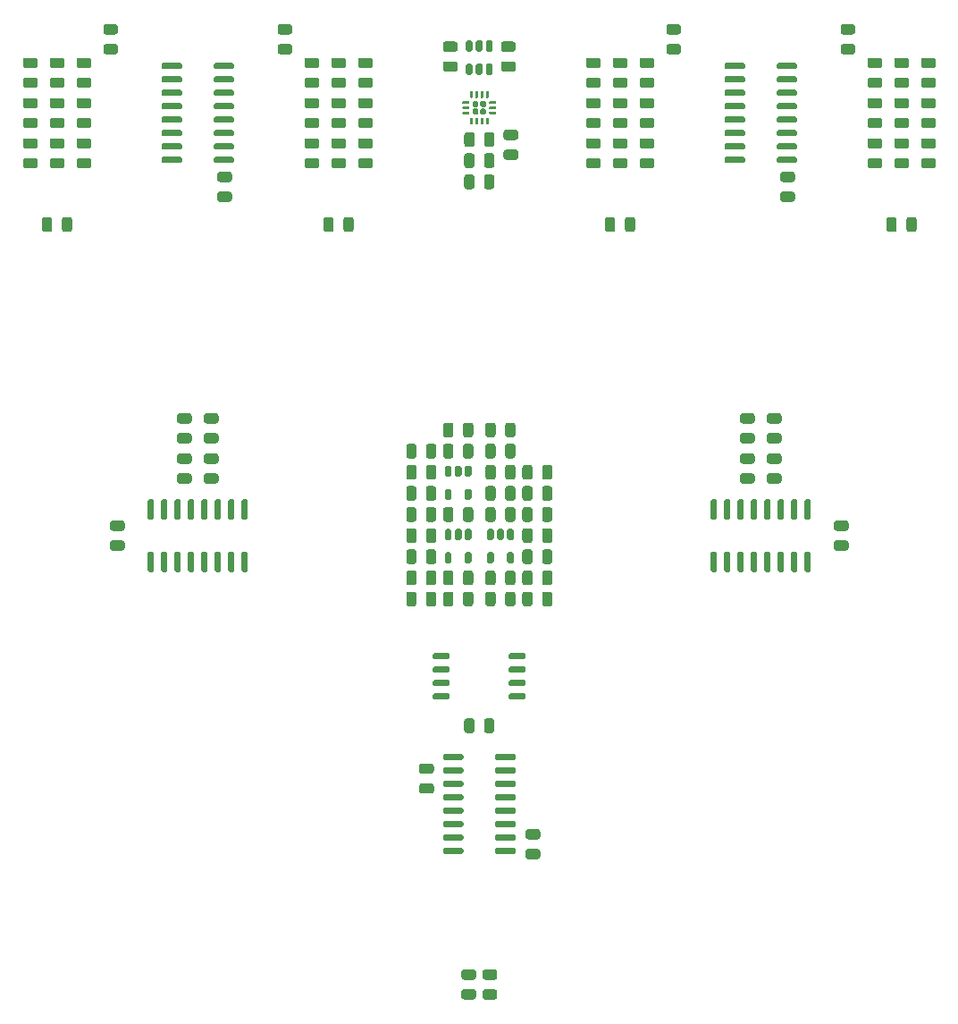
<source format=gbp>
G04 #@! TF.GenerationSoftware,KiCad,Pcbnew,5.1.9+dfsg1-1*
G04 #@! TF.CreationDate,2021-10-27T13:30:15+02:00*
G04 #@! TF.ProjectId,EF44,45463434-2e6b-4696-9361-645f70636258,rev?*
G04 #@! TF.SameCoordinates,Original*
G04 #@! TF.FileFunction,Paste,Bot*
G04 #@! TF.FilePolarity,Positive*
%FSLAX46Y46*%
G04 Gerber Fmt 4.6, Leading zero omitted, Abs format (unit mm)*
G04 Created by KiCad (PCBNEW 5.1.9+dfsg1-1) date 2021-10-27 13:30:15*
%MOMM*%
%LPD*%
G01*
G04 APERTURE LIST*
G04 APERTURE END LIST*
G36*
G01*
X137008750Y-60445000D02*
X137921250Y-60445000D01*
G75*
G02*
X138165000Y-60688750I0J-243750D01*
G01*
X138165000Y-61176250D01*
G75*
G02*
X137921250Y-61420000I-243750J0D01*
G01*
X137008750Y-61420000D01*
G75*
G02*
X136765000Y-61176250I0J243750D01*
G01*
X136765000Y-60688750D01*
G75*
G02*
X137008750Y-60445000I243750J0D01*
G01*
G37*
G36*
G01*
X137008750Y-58570000D02*
X137921250Y-58570000D01*
G75*
G02*
X138165000Y-58813750I0J-243750D01*
G01*
X138165000Y-59301250D01*
G75*
G02*
X137921250Y-59545000I-243750J0D01*
G01*
X137008750Y-59545000D01*
G75*
G02*
X136765000Y-59301250I0J243750D01*
G01*
X136765000Y-58813750D01*
G75*
G02*
X137008750Y-58570000I243750J0D01*
G01*
G37*
G36*
G01*
X72516250Y-93200000D02*
X71603750Y-93200000D01*
G75*
G02*
X71360000Y-92956250I0J243750D01*
G01*
X71360000Y-92468750D01*
G75*
G02*
X71603750Y-92225000I243750J0D01*
G01*
X72516250Y-92225000D01*
G75*
G02*
X72760000Y-92468750I0J-243750D01*
G01*
X72760000Y-92956250D01*
G75*
G02*
X72516250Y-93200000I-243750J0D01*
G01*
G37*
G36*
G01*
X72516250Y-95075000D02*
X71603750Y-95075000D01*
G75*
G02*
X71360000Y-94831250I0J243750D01*
G01*
X71360000Y-94343750D01*
G75*
G02*
X71603750Y-94100000I243750J0D01*
G01*
X72516250Y-94100000D01*
G75*
G02*
X72760000Y-94343750I0J-243750D01*
G01*
X72760000Y-94831250D01*
G75*
G02*
X72516250Y-95075000I-243750J0D01*
G01*
G37*
G36*
G01*
X131265000Y-103450000D02*
X130965000Y-103450000D01*
G75*
G02*
X130815000Y-103300000I0J150000D01*
G01*
X130815000Y-101650000D01*
G75*
G02*
X130965000Y-101500000I150000J0D01*
G01*
X131265000Y-101500000D01*
G75*
G02*
X131415000Y-101650000I0J-150000D01*
G01*
X131415000Y-103300000D01*
G75*
G02*
X131265000Y-103450000I-150000J0D01*
G01*
G37*
G36*
G01*
X129995000Y-103450000D02*
X129695000Y-103450000D01*
G75*
G02*
X129545000Y-103300000I0J150000D01*
G01*
X129545000Y-101650000D01*
G75*
G02*
X129695000Y-101500000I150000J0D01*
G01*
X129995000Y-101500000D01*
G75*
G02*
X130145000Y-101650000I0J-150000D01*
G01*
X130145000Y-103300000D01*
G75*
G02*
X129995000Y-103450000I-150000J0D01*
G01*
G37*
G36*
G01*
X128725000Y-103450000D02*
X128425000Y-103450000D01*
G75*
G02*
X128275000Y-103300000I0J150000D01*
G01*
X128275000Y-101650000D01*
G75*
G02*
X128425000Y-101500000I150000J0D01*
G01*
X128725000Y-101500000D01*
G75*
G02*
X128875000Y-101650000I0J-150000D01*
G01*
X128875000Y-103300000D01*
G75*
G02*
X128725000Y-103450000I-150000J0D01*
G01*
G37*
G36*
G01*
X127455000Y-103450000D02*
X127155000Y-103450000D01*
G75*
G02*
X127005000Y-103300000I0J150000D01*
G01*
X127005000Y-101650000D01*
G75*
G02*
X127155000Y-101500000I150000J0D01*
G01*
X127455000Y-101500000D01*
G75*
G02*
X127605000Y-101650000I0J-150000D01*
G01*
X127605000Y-103300000D01*
G75*
G02*
X127455000Y-103450000I-150000J0D01*
G01*
G37*
G36*
G01*
X126185000Y-103450000D02*
X125885000Y-103450000D01*
G75*
G02*
X125735000Y-103300000I0J150000D01*
G01*
X125735000Y-101650000D01*
G75*
G02*
X125885000Y-101500000I150000J0D01*
G01*
X126185000Y-101500000D01*
G75*
G02*
X126335000Y-101650000I0J-150000D01*
G01*
X126335000Y-103300000D01*
G75*
G02*
X126185000Y-103450000I-150000J0D01*
G01*
G37*
G36*
G01*
X124915000Y-103450000D02*
X124615000Y-103450000D01*
G75*
G02*
X124465000Y-103300000I0J150000D01*
G01*
X124465000Y-101650000D01*
G75*
G02*
X124615000Y-101500000I150000J0D01*
G01*
X124915000Y-101500000D01*
G75*
G02*
X125065000Y-101650000I0J-150000D01*
G01*
X125065000Y-103300000D01*
G75*
G02*
X124915000Y-103450000I-150000J0D01*
G01*
G37*
G36*
G01*
X123645000Y-103450000D02*
X123345000Y-103450000D01*
G75*
G02*
X123195000Y-103300000I0J150000D01*
G01*
X123195000Y-101650000D01*
G75*
G02*
X123345000Y-101500000I150000J0D01*
G01*
X123645000Y-101500000D01*
G75*
G02*
X123795000Y-101650000I0J-150000D01*
G01*
X123795000Y-103300000D01*
G75*
G02*
X123645000Y-103450000I-150000J0D01*
G01*
G37*
G36*
G01*
X122375000Y-103450000D02*
X122075000Y-103450000D01*
G75*
G02*
X121925000Y-103300000I0J150000D01*
G01*
X121925000Y-101650000D01*
G75*
G02*
X122075000Y-101500000I150000J0D01*
G01*
X122375000Y-101500000D01*
G75*
G02*
X122525000Y-101650000I0J-150000D01*
G01*
X122525000Y-103300000D01*
G75*
G02*
X122375000Y-103450000I-150000J0D01*
G01*
G37*
G36*
G01*
X122375000Y-98500000D02*
X122075000Y-98500000D01*
G75*
G02*
X121925000Y-98350000I0J150000D01*
G01*
X121925000Y-96700000D01*
G75*
G02*
X122075000Y-96550000I150000J0D01*
G01*
X122375000Y-96550000D01*
G75*
G02*
X122525000Y-96700000I0J-150000D01*
G01*
X122525000Y-98350000D01*
G75*
G02*
X122375000Y-98500000I-150000J0D01*
G01*
G37*
G36*
G01*
X123645000Y-98500000D02*
X123345000Y-98500000D01*
G75*
G02*
X123195000Y-98350000I0J150000D01*
G01*
X123195000Y-96700000D01*
G75*
G02*
X123345000Y-96550000I150000J0D01*
G01*
X123645000Y-96550000D01*
G75*
G02*
X123795000Y-96700000I0J-150000D01*
G01*
X123795000Y-98350000D01*
G75*
G02*
X123645000Y-98500000I-150000J0D01*
G01*
G37*
G36*
G01*
X124915000Y-98500000D02*
X124615000Y-98500000D01*
G75*
G02*
X124465000Y-98350000I0J150000D01*
G01*
X124465000Y-96700000D01*
G75*
G02*
X124615000Y-96550000I150000J0D01*
G01*
X124915000Y-96550000D01*
G75*
G02*
X125065000Y-96700000I0J-150000D01*
G01*
X125065000Y-98350000D01*
G75*
G02*
X124915000Y-98500000I-150000J0D01*
G01*
G37*
G36*
G01*
X126185000Y-98500000D02*
X125885000Y-98500000D01*
G75*
G02*
X125735000Y-98350000I0J150000D01*
G01*
X125735000Y-96700000D01*
G75*
G02*
X125885000Y-96550000I150000J0D01*
G01*
X126185000Y-96550000D01*
G75*
G02*
X126335000Y-96700000I0J-150000D01*
G01*
X126335000Y-98350000D01*
G75*
G02*
X126185000Y-98500000I-150000J0D01*
G01*
G37*
G36*
G01*
X127455000Y-98500000D02*
X127155000Y-98500000D01*
G75*
G02*
X127005000Y-98350000I0J150000D01*
G01*
X127005000Y-96700000D01*
G75*
G02*
X127155000Y-96550000I150000J0D01*
G01*
X127455000Y-96550000D01*
G75*
G02*
X127605000Y-96700000I0J-150000D01*
G01*
X127605000Y-98350000D01*
G75*
G02*
X127455000Y-98500000I-150000J0D01*
G01*
G37*
G36*
G01*
X128725000Y-98500000D02*
X128425000Y-98500000D01*
G75*
G02*
X128275000Y-98350000I0J150000D01*
G01*
X128275000Y-96700000D01*
G75*
G02*
X128425000Y-96550000I150000J0D01*
G01*
X128725000Y-96550000D01*
G75*
G02*
X128875000Y-96700000I0J-150000D01*
G01*
X128875000Y-98350000D01*
G75*
G02*
X128725000Y-98500000I-150000J0D01*
G01*
G37*
G36*
G01*
X129995000Y-98500000D02*
X129695000Y-98500000D01*
G75*
G02*
X129545000Y-98350000I0J150000D01*
G01*
X129545000Y-96700000D01*
G75*
G02*
X129695000Y-96550000I150000J0D01*
G01*
X129995000Y-96550000D01*
G75*
G02*
X130145000Y-96700000I0J-150000D01*
G01*
X130145000Y-98350000D01*
G75*
G02*
X129995000Y-98500000I-150000J0D01*
G01*
G37*
G36*
G01*
X131265000Y-98500000D02*
X130965000Y-98500000D01*
G75*
G02*
X130815000Y-98350000I0J150000D01*
G01*
X130815000Y-96700000D01*
G75*
G02*
X130965000Y-96550000I150000J0D01*
G01*
X131265000Y-96550000D01*
G75*
G02*
X131415000Y-96700000I0J-150000D01*
G01*
X131415000Y-98350000D01*
G75*
G02*
X131265000Y-98500000I-150000J0D01*
G01*
G37*
G36*
G01*
X77925000Y-103450000D02*
X77625000Y-103450000D01*
G75*
G02*
X77475000Y-103300000I0J150000D01*
G01*
X77475000Y-101650000D01*
G75*
G02*
X77625000Y-101500000I150000J0D01*
G01*
X77925000Y-101500000D01*
G75*
G02*
X78075000Y-101650000I0J-150000D01*
G01*
X78075000Y-103300000D01*
G75*
G02*
X77925000Y-103450000I-150000J0D01*
G01*
G37*
G36*
G01*
X76655000Y-103450000D02*
X76355000Y-103450000D01*
G75*
G02*
X76205000Y-103300000I0J150000D01*
G01*
X76205000Y-101650000D01*
G75*
G02*
X76355000Y-101500000I150000J0D01*
G01*
X76655000Y-101500000D01*
G75*
G02*
X76805000Y-101650000I0J-150000D01*
G01*
X76805000Y-103300000D01*
G75*
G02*
X76655000Y-103450000I-150000J0D01*
G01*
G37*
G36*
G01*
X75385000Y-103450000D02*
X75085000Y-103450000D01*
G75*
G02*
X74935000Y-103300000I0J150000D01*
G01*
X74935000Y-101650000D01*
G75*
G02*
X75085000Y-101500000I150000J0D01*
G01*
X75385000Y-101500000D01*
G75*
G02*
X75535000Y-101650000I0J-150000D01*
G01*
X75535000Y-103300000D01*
G75*
G02*
X75385000Y-103450000I-150000J0D01*
G01*
G37*
G36*
G01*
X74115000Y-103450000D02*
X73815000Y-103450000D01*
G75*
G02*
X73665000Y-103300000I0J150000D01*
G01*
X73665000Y-101650000D01*
G75*
G02*
X73815000Y-101500000I150000J0D01*
G01*
X74115000Y-101500000D01*
G75*
G02*
X74265000Y-101650000I0J-150000D01*
G01*
X74265000Y-103300000D01*
G75*
G02*
X74115000Y-103450000I-150000J0D01*
G01*
G37*
G36*
G01*
X72845000Y-103450000D02*
X72545000Y-103450000D01*
G75*
G02*
X72395000Y-103300000I0J150000D01*
G01*
X72395000Y-101650000D01*
G75*
G02*
X72545000Y-101500000I150000J0D01*
G01*
X72845000Y-101500000D01*
G75*
G02*
X72995000Y-101650000I0J-150000D01*
G01*
X72995000Y-103300000D01*
G75*
G02*
X72845000Y-103450000I-150000J0D01*
G01*
G37*
G36*
G01*
X71575000Y-103450000D02*
X71275000Y-103450000D01*
G75*
G02*
X71125000Y-103300000I0J150000D01*
G01*
X71125000Y-101650000D01*
G75*
G02*
X71275000Y-101500000I150000J0D01*
G01*
X71575000Y-101500000D01*
G75*
G02*
X71725000Y-101650000I0J-150000D01*
G01*
X71725000Y-103300000D01*
G75*
G02*
X71575000Y-103450000I-150000J0D01*
G01*
G37*
G36*
G01*
X70305000Y-103450000D02*
X70005000Y-103450000D01*
G75*
G02*
X69855000Y-103300000I0J150000D01*
G01*
X69855000Y-101650000D01*
G75*
G02*
X70005000Y-101500000I150000J0D01*
G01*
X70305000Y-101500000D01*
G75*
G02*
X70455000Y-101650000I0J-150000D01*
G01*
X70455000Y-103300000D01*
G75*
G02*
X70305000Y-103450000I-150000J0D01*
G01*
G37*
G36*
G01*
X69035000Y-103450000D02*
X68735000Y-103450000D01*
G75*
G02*
X68585000Y-103300000I0J150000D01*
G01*
X68585000Y-101650000D01*
G75*
G02*
X68735000Y-101500000I150000J0D01*
G01*
X69035000Y-101500000D01*
G75*
G02*
X69185000Y-101650000I0J-150000D01*
G01*
X69185000Y-103300000D01*
G75*
G02*
X69035000Y-103450000I-150000J0D01*
G01*
G37*
G36*
G01*
X69035000Y-98500000D02*
X68735000Y-98500000D01*
G75*
G02*
X68585000Y-98350000I0J150000D01*
G01*
X68585000Y-96700000D01*
G75*
G02*
X68735000Y-96550000I150000J0D01*
G01*
X69035000Y-96550000D01*
G75*
G02*
X69185000Y-96700000I0J-150000D01*
G01*
X69185000Y-98350000D01*
G75*
G02*
X69035000Y-98500000I-150000J0D01*
G01*
G37*
G36*
G01*
X70305000Y-98500000D02*
X70005000Y-98500000D01*
G75*
G02*
X69855000Y-98350000I0J150000D01*
G01*
X69855000Y-96700000D01*
G75*
G02*
X70005000Y-96550000I150000J0D01*
G01*
X70305000Y-96550000D01*
G75*
G02*
X70455000Y-96700000I0J-150000D01*
G01*
X70455000Y-98350000D01*
G75*
G02*
X70305000Y-98500000I-150000J0D01*
G01*
G37*
G36*
G01*
X71575000Y-98500000D02*
X71275000Y-98500000D01*
G75*
G02*
X71125000Y-98350000I0J150000D01*
G01*
X71125000Y-96700000D01*
G75*
G02*
X71275000Y-96550000I150000J0D01*
G01*
X71575000Y-96550000D01*
G75*
G02*
X71725000Y-96700000I0J-150000D01*
G01*
X71725000Y-98350000D01*
G75*
G02*
X71575000Y-98500000I-150000J0D01*
G01*
G37*
G36*
G01*
X72845000Y-98500000D02*
X72545000Y-98500000D01*
G75*
G02*
X72395000Y-98350000I0J150000D01*
G01*
X72395000Y-96700000D01*
G75*
G02*
X72545000Y-96550000I150000J0D01*
G01*
X72845000Y-96550000D01*
G75*
G02*
X72995000Y-96700000I0J-150000D01*
G01*
X72995000Y-98350000D01*
G75*
G02*
X72845000Y-98500000I-150000J0D01*
G01*
G37*
G36*
G01*
X74115000Y-98500000D02*
X73815000Y-98500000D01*
G75*
G02*
X73665000Y-98350000I0J150000D01*
G01*
X73665000Y-96700000D01*
G75*
G02*
X73815000Y-96550000I150000J0D01*
G01*
X74115000Y-96550000D01*
G75*
G02*
X74265000Y-96700000I0J-150000D01*
G01*
X74265000Y-98350000D01*
G75*
G02*
X74115000Y-98500000I-150000J0D01*
G01*
G37*
G36*
G01*
X75385000Y-98500000D02*
X75085000Y-98500000D01*
G75*
G02*
X74935000Y-98350000I0J150000D01*
G01*
X74935000Y-96700000D01*
G75*
G02*
X75085000Y-96550000I150000J0D01*
G01*
X75385000Y-96550000D01*
G75*
G02*
X75535000Y-96700000I0J-150000D01*
G01*
X75535000Y-98350000D01*
G75*
G02*
X75385000Y-98500000I-150000J0D01*
G01*
G37*
G36*
G01*
X76655000Y-98500000D02*
X76355000Y-98500000D01*
G75*
G02*
X76205000Y-98350000I0J150000D01*
G01*
X76205000Y-96700000D01*
G75*
G02*
X76355000Y-96550000I150000J0D01*
G01*
X76655000Y-96550000D01*
G75*
G02*
X76805000Y-96700000I0J-150000D01*
G01*
X76805000Y-98350000D01*
G75*
G02*
X76655000Y-98500000I-150000J0D01*
G01*
G37*
G36*
G01*
X77925000Y-98500000D02*
X77625000Y-98500000D01*
G75*
G02*
X77475000Y-98350000I0J150000D01*
G01*
X77475000Y-96700000D01*
G75*
G02*
X77625000Y-96550000I150000J0D01*
G01*
X77925000Y-96550000D01*
G75*
G02*
X78075000Y-96700000I0J-150000D01*
G01*
X78075000Y-98350000D01*
G75*
G02*
X77925000Y-98500000I-150000J0D01*
G01*
G37*
G36*
G01*
X128396250Y-89390000D02*
X127483750Y-89390000D01*
G75*
G02*
X127240000Y-89146250I0J243750D01*
G01*
X127240000Y-88658750D01*
G75*
G02*
X127483750Y-88415000I243750J0D01*
G01*
X128396250Y-88415000D01*
G75*
G02*
X128640000Y-88658750I0J-243750D01*
G01*
X128640000Y-89146250D01*
G75*
G02*
X128396250Y-89390000I-243750J0D01*
G01*
G37*
G36*
G01*
X128396250Y-91265000D02*
X127483750Y-91265000D01*
G75*
G02*
X127240000Y-91021250I0J243750D01*
G01*
X127240000Y-90533750D01*
G75*
G02*
X127483750Y-90290000I243750J0D01*
G01*
X128396250Y-90290000D01*
G75*
G02*
X128640000Y-90533750I0J-243750D01*
G01*
X128640000Y-91021250D01*
G75*
G02*
X128396250Y-91265000I-243750J0D01*
G01*
G37*
G36*
G01*
X75056250Y-89390000D02*
X74143750Y-89390000D01*
G75*
G02*
X73900000Y-89146250I0J243750D01*
G01*
X73900000Y-88658750D01*
G75*
G02*
X74143750Y-88415000I243750J0D01*
G01*
X75056250Y-88415000D01*
G75*
G02*
X75300000Y-88658750I0J-243750D01*
G01*
X75300000Y-89146250D01*
G75*
G02*
X75056250Y-89390000I-243750J0D01*
G01*
G37*
G36*
G01*
X75056250Y-91265000D02*
X74143750Y-91265000D01*
G75*
G02*
X73900000Y-91021250I0J243750D01*
G01*
X73900000Y-90533750D01*
G75*
G02*
X74143750Y-90290000I243750J0D01*
G01*
X75056250Y-90290000D01*
G75*
G02*
X75300000Y-90533750I0J-243750D01*
G01*
X75300000Y-91021250D01*
G75*
G02*
X75056250Y-91265000I-243750J0D01*
G01*
G37*
G36*
G01*
X125856250Y-89390000D02*
X124943750Y-89390000D01*
G75*
G02*
X124700000Y-89146250I0J243750D01*
G01*
X124700000Y-88658750D01*
G75*
G02*
X124943750Y-88415000I243750J0D01*
G01*
X125856250Y-88415000D01*
G75*
G02*
X126100000Y-88658750I0J-243750D01*
G01*
X126100000Y-89146250D01*
G75*
G02*
X125856250Y-89390000I-243750J0D01*
G01*
G37*
G36*
G01*
X125856250Y-91265000D02*
X124943750Y-91265000D01*
G75*
G02*
X124700000Y-91021250I0J243750D01*
G01*
X124700000Y-90533750D01*
G75*
G02*
X124943750Y-90290000I243750J0D01*
G01*
X125856250Y-90290000D01*
G75*
G02*
X126100000Y-90533750I0J-243750D01*
G01*
X126100000Y-91021250D01*
G75*
G02*
X125856250Y-91265000I-243750J0D01*
G01*
G37*
G36*
G01*
X72516250Y-89390000D02*
X71603750Y-89390000D01*
G75*
G02*
X71360000Y-89146250I0J243750D01*
G01*
X71360000Y-88658750D01*
G75*
G02*
X71603750Y-88415000I243750J0D01*
G01*
X72516250Y-88415000D01*
G75*
G02*
X72760000Y-88658750I0J-243750D01*
G01*
X72760000Y-89146250D01*
G75*
G02*
X72516250Y-89390000I-243750J0D01*
G01*
G37*
G36*
G01*
X72516250Y-91265000D02*
X71603750Y-91265000D01*
G75*
G02*
X71360000Y-91021250I0J243750D01*
G01*
X71360000Y-90533750D01*
G75*
G02*
X71603750Y-90290000I243750J0D01*
G01*
X72516250Y-90290000D01*
G75*
G02*
X72760000Y-90533750I0J-243750D01*
G01*
X72760000Y-91021250D01*
G75*
G02*
X72516250Y-91265000I-243750J0D01*
G01*
G37*
G36*
G01*
X133833750Y-100450000D02*
X134746250Y-100450000D01*
G75*
G02*
X134990000Y-100693750I0J-243750D01*
G01*
X134990000Y-101181250D01*
G75*
G02*
X134746250Y-101425000I-243750J0D01*
G01*
X133833750Y-101425000D01*
G75*
G02*
X133590000Y-101181250I0J243750D01*
G01*
X133590000Y-100693750D01*
G75*
G02*
X133833750Y-100450000I243750J0D01*
G01*
G37*
G36*
G01*
X133833750Y-98575000D02*
X134746250Y-98575000D01*
G75*
G02*
X134990000Y-98818750I0J-243750D01*
G01*
X134990000Y-99306250D01*
G75*
G02*
X134746250Y-99550000I-243750J0D01*
G01*
X133833750Y-99550000D01*
G75*
G02*
X133590000Y-99306250I0J243750D01*
G01*
X133590000Y-98818750D01*
G75*
G02*
X133833750Y-98575000I243750J0D01*
G01*
G37*
G36*
G01*
X65253750Y-100450000D02*
X66166250Y-100450000D01*
G75*
G02*
X66410000Y-100693750I0J-243750D01*
G01*
X66410000Y-101181250D01*
G75*
G02*
X66166250Y-101425000I-243750J0D01*
G01*
X65253750Y-101425000D01*
G75*
G02*
X65010000Y-101181250I0J243750D01*
G01*
X65010000Y-100693750D01*
G75*
G02*
X65253750Y-100450000I243750J0D01*
G01*
G37*
G36*
G01*
X65253750Y-98575000D02*
X66166250Y-98575000D01*
G75*
G02*
X66410000Y-98818750I0J-243750D01*
G01*
X66410000Y-99306250D01*
G75*
G02*
X66166250Y-99550000I-243750J0D01*
G01*
X65253750Y-99550000D01*
G75*
G02*
X65010000Y-99306250I0J243750D01*
G01*
X65010000Y-98818750D01*
G75*
G02*
X65253750Y-98575000I243750J0D01*
G01*
G37*
G36*
G01*
X128396250Y-93200000D02*
X127483750Y-93200000D01*
G75*
G02*
X127240000Y-92956250I0J243750D01*
G01*
X127240000Y-92468750D01*
G75*
G02*
X127483750Y-92225000I243750J0D01*
G01*
X128396250Y-92225000D01*
G75*
G02*
X128640000Y-92468750I0J-243750D01*
G01*
X128640000Y-92956250D01*
G75*
G02*
X128396250Y-93200000I-243750J0D01*
G01*
G37*
G36*
G01*
X128396250Y-95075000D02*
X127483750Y-95075000D01*
G75*
G02*
X127240000Y-94831250I0J243750D01*
G01*
X127240000Y-94343750D01*
G75*
G02*
X127483750Y-94100000I243750J0D01*
G01*
X128396250Y-94100000D01*
G75*
G02*
X128640000Y-94343750I0J-243750D01*
G01*
X128640000Y-94831250D01*
G75*
G02*
X128396250Y-95075000I-243750J0D01*
G01*
G37*
G36*
G01*
X75056250Y-93200000D02*
X74143750Y-93200000D01*
G75*
G02*
X73900000Y-92956250I0J243750D01*
G01*
X73900000Y-92468750D01*
G75*
G02*
X74143750Y-92225000I243750J0D01*
G01*
X75056250Y-92225000D01*
G75*
G02*
X75300000Y-92468750I0J-243750D01*
G01*
X75300000Y-92956250D01*
G75*
G02*
X75056250Y-93200000I-243750J0D01*
G01*
G37*
G36*
G01*
X75056250Y-95075000D02*
X74143750Y-95075000D01*
G75*
G02*
X73900000Y-94831250I0J243750D01*
G01*
X73900000Y-94343750D01*
G75*
G02*
X74143750Y-94100000I243750J0D01*
G01*
X75056250Y-94100000D01*
G75*
G02*
X75300000Y-94343750I0J-243750D01*
G01*
X75300000Y-94831250D01*
G75*
G02*
X75056250Y-95075000I-243750J0D01*
G01*
G37*
G36*
G01*
X125856250Y-93200000D02*
X124943750Y-93200000D01*
G75*
G02*
X124700000Y-92956250I0J243750D01*
G01*
X124700000Y-92468750D01*
G75*
G02*
X124943750Y-92225000I243750J0D01*
G01*
X125856250Y-92225000D01*
G75*
G02*
X126100000Y-92468750I0J-243750D01*
G01*
X126100000Y-92956250D01*
G75*
G02*
X125856250Y-93200000I-243750J0D01*
G01*
G37*
G36*
G01*
X125856250Y-95075000D02*
X124943750Y-95075000D01*
G75*
G02*
X124700000Y-94831250I0J243750D01*
G01*
X124700000Y-94343750D01*
G75*
G02*
X124943750Y-94100000I243750J0D01*
G01*
X125856250Y-94100000D01*
G75*
G02*
X126100000Y-94343750I0J-243750D01*
G01*
X126100000Y-94831250D01*
G75*
G02*
X125856250Y-95075000I-243750J0D01*
G01*
G37*
G36*
G01*
X105950000Y-96456250D02*
X105950000Y-95543750D01*
G75*
G02*
X106193750Y-95300000I243750J0D01*
G01*
X106681250Y-95300000D01*
G75*
G02*
X106925000Y-95543750I0J-243750D01*
G01*
X106925000Y-96456250D01*
G75*
G02*
X106681250Y-96700000I-243750J0D01*
G01*
X106193750Y-96700000D01*
G75*
G02*
X105950000Y-96456250I0J243750D01*
G01*
G37*
G36*
G01*
X104075000Y-96456250D02*
X104075000Y-95543750D01*
G75*
G02*
X104318750Y-95300000I243750J0D01*
G01*
X104806250Y-95300000D01*
G75*
G02*
X105050000Y-95543750I0J-243750D01*
G01*
X105050000Y-96456250D01*
G75*
G02*
X104806250Y-96700000I-243750J0D01*
G01*
X104318750Y-96700000D01*
G75*
G02*
X104075000Y-96456250I0J243750D01*
G01*
G37*
G36*
G01*
X105050000Y-101543750D02*
X105050000Y-102456250D01*
G75*
G02*
X104806250Y-102700000I-243750J0D01*
G01*
X104318750Y-102700000D01*
G75*
G02*
X104075000Y-102456250I0J243750D01*
G01*
X104075000Y-101543750D01*
G75*
G02*
X104318750Y-101300000I243750J0D01*
G01*
X104806250Y-101300000D01*
G75*
G02*
X105050000Y-101543750I0J-243750D01*
G01*
G37*
G36*
G01*
X106925000Y-101543750D02*
X106925000Y-102456250D01*
G75*
G02*
X106681250Y-102700000I-243750J0D01*
G01*
X106193750Y-102700000D01*
G75*
G02*
X105950000Y-102456250I0J243750D01*
G01*
X105950000Y-101543750D01*
G75*
G02*
X106193750Y-101300000I243750J0D01*
G01*
X106681250Y-101300000D01*
G75*
G02*
X106925000Y-101543750I0J-243750D01*
G01*
G37*
G36*
G01*
X96550000Y-129995000D02*
X96550000Y-129695000D01*
G75*
G02*
X96700000Y-129545000I150000J0D01*
G01*
X98350000Y-129545000D01*
G75*
G02*
X98500000Y-129695000I0J-150000D01*
G01*
X98500000Y-129995000D01*
G75*
G02*
X98350000Y-130145000I-150000J0D01*
G01*
X96700000Y-130145000D01*
G75*
G02*
X96550000Y-129995000I0J150000D01*
G01*
G37*
G36*
G01*
X96550000Y-128725000D02*
X96550000Y-128425000D01*
G75*
G02*
X96700000Y-128275000I150000J0D01*
G01*
X98350000Y-128275000D01*
G75*
G02*
X98500000Y-128425000I0J-150000D01*
G01*
X98500000Y-128725000D01*
G75*
G02*
X98350000Y-128875000I-150000J0D01*
G01*
X96700000Y-128875000D01*
G75*
G02*
X96550000Y-128725000I0J150000D01*
G01*
G37*
G36*
G01*
X96550000Y-127455000D02*
X96550000Y-127155000D01*
G75*
G02*
X96700000Y-127005000I150000J0D01*
G01*
X98350000Y-127005000D01*
G75*
G02*
X98500000Y-127155000I0J-150000D01*
G01*
X98500000Y-127455000D01*
G75*
G02*
X98350000Y-127605000I-150000J0D01*
G01*
X96700000Y-127605000D01*
G75*
G02*
X96550000Y-127455000I0J150000D01*
G01*
G37*
G36*
G01*
X96550000Y-126185000D02*
X96550000Y-125885000D01*
G75*
G02*
X96700000Y-125735000I150000J0D01*
G01*
X98350000Y-125735000D01*
G75*
G02*
X98500000Y-125885000I0J-150000D01*
G01*
X98500000Y-126185000D01*
G75*
G02*
X98350000Y-126335000I-150000J0D01*
G01*
X96700000Y-126335000D01*
G75*
G02*
X96550000Y-126185000I0J150000D01*
G01*
G37*
G36*
G01*
X96550000Y-124915000D02*
X96550000Y-124615000D01*
G75*
G02*
X96700000Y-124465000I150000J0D01*
G01*
X98350000Y-124465000D01*
G75*
G02*
X98500000Y-124615000I0J-150000D01*
G01*
X98500000Y-124915000D01*
G75*
G02*
X98350000Y-125065000I-150000J0D01*
G01*
X96700000Y-125065000D01*
G75*
G02*
X96550000Y-124915000I0J150000D01*
G01*
G37*
G36*
G01*
X96550000Y-123645000D02*
X96550000Y-123345000D01*
G75*
G02*
X96700000Y-123195000I150000J0D01*
G01*
X98350000Y-123195000D01*
G75*
G02*
X98500000Y-123345000I0J-150000D01*
G01*
X98500000Y-123645000D01*
G75*
G02*
X98350000Y-123795000I-150000J0D01*
G01*
X96700000Y-123795000D01*
G75*
G02*
X96550000Y-123645000I0J150000D01*
G01*
G37*
G36*
G01*
X96550000Y-122375000D02*
X96550000Y-122075000D01*
G75*
G02*
X96700000Y-121925000I150000J0D01*
G01*
X98350000Y-121925000D01*
G75*
G02*
X98500000Y-122075000I0J-150000D01*
G01*
X98500000Y-122375000D01*
G75*
G02*
X98350000Y-122525000I-150000J0D01*
G01*
X96700000Y-122525000D01*
G75*
G02*
X96550000Y-122375000I0J150000D01*
G01*
G37*
G36*
G01*
X96550000Y-121105000D02*
X96550000Y-120805000D01*
G75*
G02*
X96700000Y-120655000I150000J0D01*
G01*
X98350000Y-120655000D01*
G75*
G02*
X98500000Y-120805000I0J-150000D01*
G01*
X98500000Y-121105000D01*
G75*
G02*
X98350000Y-121255000I-150000J0D01*
G01*
X96700000Y-121255000D01*
G75*
G02*
X96550000Y-121105000I0J150000D01*
G01*
G37*
G36*
G01*
X101500000Y-121105000D02*
X101500000Y-120805000D01*
G75*
G02*
X101650000Y-120655000I150000J0D01*
G01*
X103300000Y-120655000D01*
G75*
G02*
X103450000Y-120805000I0J-150000D01*
G01*
X103450000Y-121105000D01*
G75*
G02*
X103300000Y-121255000I-150000J0D01*
G01*
X101650000Y-121255000D01*
G75*
G02*
X101500000Y-121105000I0J150000D01*
G01*
G37*
G36*
G01*
X101500000Y-122375000D02*
X101500000Y-122075000D01*
G75*
G02*
X101650000Y-121925000I150000J0D01*
G01*
X103300000Y-121925000D01*
G75*
G02*
X103450000Y-122075000I0J-150000D01*
G01*
X103450000Y-122375000D01*
G75*
G02*
X103300000Y-122525000I-150000J0D01*
G01*
X101650000Y-122525000D01*
G75*
G02*
X101500000Y-122375000I0J150000D01*
G01*
G37*
G36*
G01*
X101500000Y-123645000D02*
X101500000Y-123345000D01*
G75*
G02*
X101650000Y-123195000I150000J0D01*
G01*
X103300000Y-123195000D01*
G75*
G02*
X103450000Y-123345000I0J-150000D01*
G01*
X103450000Y-123645000D01*
G75*
G02*
X103300000Y-123795000I-150000J0D01*
G01*
X101650000Y-123795000D01*
G75*
G02*
X101500000Y-123645000I0J150000D01*
G01*
G37*
G36*
G01*
X101500000Y-124915000D02*
X101500000Y-124615000D01*
G75*
G02*
X101650000Y-124465000I150000J0D01*
G01*
X103300000Y-124465000D01*
G75*
G02*
X103450000Y-124615000I0J-150000D01*
G01*
X103450000Y-124915000D01*
G75*
G02*
X103300000Y-125065000I-150000J0D01*
G01*
X101650000Y-125065000D01*
G75*
G02*
X101500000Y-124915000I0J150000D01*
G01*
G37*
G36*
G01*
X101500000Y-126185000D02*
X101500000Y-125885000D01*
G75*
G02*
X101650000Y-125735000I150000J0D01*
G01*
X103300000Y-125735000D01*
G75*
G02*
X103450000Y-125885000I0J-150000D01*
G01*
X103450000Y-126185000D01*
G75*
G02*
X103300000Y-126335000I-150000J0D01*
G01*
X101650000Y-126335000D01*
G75*
G02*
X101500000Y-126185000I0J150000D01*
G01*
G37*
G36*
G01*
X101500000Y-127455000D02*
X101500000Y-127155000D01*
G75*
G02*
X101650000Y-127005000I150000J0D01*
G01*
X103300000Y-127005000D01*
G75*
G02*
X103450000Y-127155000I0J-150000D01*
G01*
X103450000Y-127455000D01*
G75*
G02*
X103300000Y-127605000I-150000J0D01*
G01*
X101650000Y-127605000D01*
G75*
G02*
X101500000Y-127455000I0J150000D01*
G01*
G37*
G36*
G01*
X101500000Y-128725000D02*
X101500000Y-128425000D01*
G75*
G02*
X101650000Y-128275000I150000J0D01*
G01*
X103300000Y-128275000D01*
G75*
G02*
X103450000Y-128425000I0J-150000D01*
G01*
X103450000Y-128725000D01*
G75*
G02*
X103300000Y-128875000I-150000J0D01*
G01*
X101650000Y-128875000D01*
G75*
G02*
X101500000Y-128725000I0J150000D01*
G01*
G37*
G36*
G01*
X101500000Y-129995000D02*
X101500000Y-129695000D01*
G75*
G02*
X101650000Y-129545000I150000J0D01*
G01*
X103300000Y-129545000D01*
G75*
G02*
X103450000Y-129695000I0J-150000D01*
G01*
X103450000Y-129995000D01*
G75*
G02*
X103300000Y-130145000I-150000J0D01*
G01*
X101650000Y-130145000D01*
G75*
G02*
X101500000Y-129995000I0J150000D01*
G01*
G37*
G36*
G01*
X94543750Y-123450000D02*
X95456250Y-123450000D01*
G75*
G02*
X95700000Y-123693750I0J-243750D01*
G01*
X95700000Y-124181250D01*
G75*
G02*
X95456250Y-124425000I-243750J0D01*
G01*
X94543750Y-124425000D01*
G75*
G02*
X94300000Y-124181250I0J243750D01*
G01*
X94300000Y-123693750D01*
G75*
G02*
X94543750Y-123450000I243750J0D01*
G01*
G37*
G36*
G01*
X94543750Y-121575000D02*
X95456250Y-121575000D01*
G75*
G02*
X95700000Y-121818750I0J-243750D01*
G01*
X95700000Y-122306250D01*
G75*
G02*
X95456250Y-122550000I-243750J0D01*
G01*
X94543750Y-122550000D01*
G75*
G02*
X94300000Y-122306250I0J243750D01*
G01*
X94300000Y-121818750D01*
G75*
G02*
X94543750Y-121575000I243750J0D01*
G01*
G37*
G36*
G01*
X102543750Y-63450000D02*
X103456250Y-63450000D01*
G75*
G02*
X103700000Y-63693750I0J-243750D01*
G01*
X103700000Y-64181250D01*
G75*
G02*
X103456250Y-64425000I-243750J0D01*
G01*
X102543750Y-64425000D01*
G75*
G02*
X102300000Y-64181250I0J243750D01*
G01*
X102300000Y-63693750D01*
G75*
G02*
X102543750Y-63450000I243750J0D01*
G01*
G37*
G36*
G01*
X102543750Y-61575000D02*
X103456250Y-61575000D01*
G75*
G02*
X103700000Y-61818750I0J-243750D01*
G01*
X103700000Y-62306250D01*
G75*
G02*
X103456250Y-62550000I-243750J0D01*
G01*
X102543750Y-62550000D01*
G75*
G02*
X102300000Y-62306250I0J243750D01*
G01*
X102300000Y-61818750D01*
G75*
G02*
X102543750Y-61575000I243750J0D01*
G01*
G37*
G36*
G01*
X99550000Y-64043750D02*
X99550000Y-64956250D01*
G75*
G02*
X99306250Y-65200000I-243750J0D01*
G01*
X98818750Y-65200000D01*
G75*
G02*
X98575000Y-64956250I0J243750D01*
G01*
X98575000Y-64043750D01*
G75*
G02*
X98818750Y-63800000I243750J0D01*
G01*
X99306250Y-63800000D01*
G75*
G02*
X99550000Y-64043750I0J-243750D01*
G01*
G37*
G36*
G01*
X101425000Y-64043750D02*
X101425000Y-64956250D01*
G75*
G02*
X101181250Y-65200000I-243750J0D01*
G01*
X100693750Y-65200000D01*
G75*
G02*
X100450000Y-64956250I0J243750D01*
G01*
X100450000Y-64043750D01*
G75*
G02*
X100693750Y-63800000I243750J0D01*
G01*
X101181250Y-63800000D01*
G75*
G02*
X101425000Y-64043750I0J-243750D01*
G01*
G37*
G36*
G01*
X96887500Y-95570000D02*
X97212500Y-95570000D01*
G75*
G02*
X97375000Y-95732500I0J-162500D01*
G01*
X97375000Y-96467500D01*
G75*
G02*
X97212500Y-96630000I-162500J0D01*
G01*
X96887500Y-96630000D01*
G75*
G02*
X96725000Y-96467500I0J162500D01*
G01*
X96725000Y-95732500D01*
G75*
G02*
X96887500Y-95570000I162500J0D01*
G01*
G37*
G36*
G01*
X98787500Y-95570000D02*
X99112500Y-95570000D01*
G75*
G02*
X99275000Y-95732500I0J-162500D01*
G01*
X99275000Y-96467500D01*
G75*
G02*
X99112500Y-96630000I-162500J0D01*
G01*
X98787500Y-96630000D01*
G75*
G02*
X98625000Y-96467500I0J162500D01*
G01*
X98625000Y-95732500D01*
G75*
G02*
X98787500Y-95570000I162500J0D01*
G01*
G37*
G36*
G01*
X98787500Y-93370000D02*
X99112500Y-93370000D01*
G75*
G02*
X99275000Y-93532500I0J-162500D01*
G01*
X99275000Y-94267500D01*
G75*
G02*
X99112500Y-94430000I-162500J0D01*
G01*
X98787500Y-94430000D01*
G75*
G02*
X98625000Y-94267500I0J162500D01*
G01*
X98625000Y-93532500D01*
G75*
G02*
X98787500Y-93370000I162500J0D01*
G01*
G37*
G36*
G01*
X97837500Y-93370000D02*
X98162500Y-93370000D01*
G75*
G02*
X98325000Y-93532500I0J-162500D01*
G01*
X98325000Y-94267500D01*
G75*
G02*
X98162500Y-94430000I-162500J0D01*
G01*
X97837500Y-94430000D01*
G75*
G02*
X97675000Y-94267500I0J162500D01*
G01*
X97675000Y-93532500D01*
G75*
G02*
X97837500Y-93370000I162500J0D01*
G01*
G37*
G36*
G01*
X96887500Y-93370000D02*
X97212500Y-93370000D01*
G75*
G02*
X97375000Y-93532500I0J-162500D01*
G01*
X97375000Y-94267500D01*
G75*
G02*
X97212500Y-94430000I-162500J0D01*
G01*
X96887500Y-94430000D01*
G75*
G02*
X96725000Y-94267500I0J162500D01*
G01*
X96725000Y-93532500D01*
G75*
G02*
X96887500Y-93370000I162500J0D01*
G01*
G37*
G36*
G01*
X99930000Y-59715000D02*
X99930000Y-60005000D01*
G75*
G02*
X99785000Y-60150000I-145000J0D01*
G01*
X99495000Y-60150000D01*
G75*
G02*
X99350000Y-60005000I0J145000D01*
G01*
X99350000Y-59715000D01*
G75*
G02*
X99495000Y-59570000I145000J0D01*
G01*
X99785000Y-59570000D01*
G75*
G02*
X99930000Y-59715000I0J-145000D01*
G01*
G37*
G36*
G01*
X99930000Y-58995000D02*
X99930000Y-59285000D01*
G75*
G02*
X99785000Y-59430000I-145000J0D01*
G01*
X99495000Y-59430000D01*
G75*
G02*
X99350000Y-59285000I0J145000D01*
G01*
X99350000Y-58995000D01*
G75*
G02*
X99495000Y-58850000I145000J0D01*
G01*
X99785000Y-58850000D01*
G75*
G02*
X99930000Y-58995000I0J-145000D01*
G01*
G37*
G36*
G01*
X100650000Y-59715000D02*
X100650000Y-60005000D01*
G75*
G02*
X100505000Y-60150000I-145000J0D01*
G01*
X100215000Y-60150000D01*
G75*
G02*
X100070000Y-60005000I0J145000D01*
G01*
X100070000Y-59715000D01*
G75*
G02*
X100215000Y-59570000I145000J0D01*
G01*
X100505000Y-59570000D01*
G75*
G02*
X100650000Y-59715000I0J-145000D01*
G01*
G37*
G36*
G01*
X100650000Y-58995000D02*
X100650000Y-59285000D01*
G75*
G02*
X100505000Y-59430000I-145000J0D01*
G01*
X100215000Y-59430000D01*
G75*
G02*
X100070000Y-59285000I0J145000D01*
G01*
X100070000Y-58995000D01*
G75*
G02*
X100215000Y-58850000I145000J0D01*
G01*
X100505000Y-58850000D01*
G75*
G02*
X100650000Y-58995000I0J-145000D01*
G01*
G37*
G36*
G01*
X100875000Y-57962500D02*
X100875000Y-58512500D01*
G75*
G02*
X100812500Y-58575000I-62500J0D01*
G01*
X100687500Y-58575000D01*
G75*
G02*
X100625000Y-58512500I0J62500D01*
G01*
X100625000Y-57962500D01*
G75*
G02*
X100687500Y-57900000I62500J0D01*
G01*
X100812500Y-57900000D01*
G75*
G02*
X100875000Y-57962500I0J-62500D01*
G01*
G37*
G36*
G01*
X100375000Y-57962500D02*
X100375000Y-58512500D01*
G75*
G02*
X100312500Y-58575000I-62500J0D01*
G01*
X100187500Y-58575000D01*
G75*
G02*
X100125000Y-58512500I0J62500D01*
G01*
X100125000Y-57962500D01*
G75*
G02*
X100187500Y-57900000I62500J0D01*
G01*
X100312500Y-57900000D01*
G75*
G02*
X100375000Y-57962500I0J-62500D01*
G01*
G37*
G36*
G01*
X99875000Y-57962500D02*
X99875000Y-58512500D01*
G75*
G02*
X99812500Y-58575000I-62500J0D01*
G01*
X99687500Y-58575000D01*
G75*
G02*
X99625000Y-58512500I0J62500D01*
G01*
X99625000Y-57962500D01*
G75*
G02*
X99687500Y-57900000I62500J0D01*
G01*
X99812500Y-57900000D01*
G75*
G02*
X99875000Y-57962500I0J-62500D01*
G01*
G37*
G36*
G01*
X99375000Y-57962500D02*
X99375000Y-58512500D01*
G75*
G02*
X99312500Y-58575000I-62500J0D01*
G01*
X99187500Y-58575000D01*
G75*
G02*
X99125000Y-58512500I0J62500D01*
G01*
X99125000Y-57962500D01*
G75*
G02*
X99187500Y-57900000I62500J0D01*
G01*
X99312500Y-57900000D01*
G75*
G02*
X99375000Y-57962500I0J-62500D01*
G01*
G37*
G36*
G01*
X99075000Y-58937500D02*
X99075000Y-59062500D01*
G75*
G02*
X99012500Y-59125000I-62500J0D01*
G01*
X98462500Y-59125000D01*
G75*
G02*
X98400000Y-59062500I0J62500D01*
G01*
X98400000Y-58937500D01*
G75*
G02*
X98462500Y-58875000I62500J0D01*
G01*
X99012500Y-58875000D01*
G75*
G02*
X99075000Y-58937500I0J-62500D01*
G01*
G37*
G36*
G01*
X99075000Y-59437500D02*
X99075000Y-59562500D01*
G75*
G02*
X99012500Y-59625000I-62500J0D01*
G01*
X98462500Y-59625000D01*
G75*
G02*
X98400000Y-59562500I0J62500D01*
G01*
X98400000Y-59437500D01*
G75*
G02*
X98462500Y-59375000I62500J0D01*
G01*
X99012500Y-59375000D01*
G75*
G02*
X99075000Y-59437500I0J-62500D01*
G01*
G37*
G36*
G01*
X99075000Y-59937500D02*
X99075000Y-60062500D01*
G75*
G02*
X99012500Y-60125000I-62500J0D01*
G01*
X98462500Y-60125000D01*
G75*
G02*
X98400000Y-60062500I0J62500D01*
G01*
X98400000Y-59937500D01*
G75*
G02*
X98462500Y-59875000I62500J0D01*
G01*
X99012500Y-59875000D01*
G75*
G02*
X99075000Y-59937500I0J-62500D01*
G01*
G37*
G36*
G01*
X99375000Y-60487500D02*
X99375000Y-61037500D01*
G75*
G02*
X99312500Y-61100000I-62500J0D01*
G01*
X99187500Y-61100000D01*
G75*
G02*
X99125000Y-61037500I0J62500D01*
G01*
X99125000Y-60487500D01*
G75*
G02*
X99187500Y-60425000I62500J0D01*
G01*
X99312500Y-60425000D01*
G75*
G02*
X99375000Y-60487500I0J-62500D01*
G01*
G37*
G36*
G01*
X99875000Y-60487500D02*
X99875000Y-61037500D01*
G75*
G02*
X99812500Y-61100000I-62500J0D01*
G01*
X99687500Y-61100000D01*
G75*
G02*
X99625000Y-61037500I0J62500D01*
G01*
X99625000Y-60487500D01*
G75*
G02*
X99687500Y-60425000I62500J0D01*
G01*
X99812500Y-60425000D01*
G75*
G02*
X99875000Y-60487500I0J-62500D01*
G01*
G37*
G36*
G01*
X100375000Y-60487500D02*
X100375000Y-61037500D01*
G75*
G02*
X100312500Y-61100000I-62500J0D01*
G01*
X100187500Y-61100000D01*
G75*
G02*
X100125000Y-61037500I0J62500D01*
G01*
X100125000Y-60487500D01*
G75*
G02*
X100187500Y-60425000I62500J0D01*
G01*
X100312500Y-60425000D01*
G75*
G02*
X100375000Y-60487500I0J-62500D01*
G01*
G37*
G36*
G01*
X100875000Y-60487500D02*
X100875000Y-61037500D01*
G75*
G02*
X100812500Y-61100000I-62500J0D01*
G01*
X100687500Y-61100000D01*
G75*
G02*
X100625000Y-61037500I0J62500D01*
G01*
X100625000Y-60487500D01*
G75*
G02*
X100687500Y-60425000I62500J0D01*
G01*
X100812500Y-60425000D01*
G75*
G02*
X100875000Y-60487500I0J-62500D01*
G01*
G37*
G36*
G01*
X101600000Y-59937500D02*
X101600000Y-60062500D01*
G75*
G02*
X101537500Y-60125000I-62500J0D01*
G01*
X100987500Y-60125000D01*
G75*
G02*
X100925000Y-60062500I0J62500D01*
G01*
X100925000Y-59937500D01*
G75*
G02*
X100987500Y-59875000I62500J0D01*
G01*
X101537500Y-59875000D01*
G75*
G02*
X101600000Y-59937500I0J-62500D01*
G01*
G37*
G36*
G01*
X101600000Y-59437500D02*
X101600000Y-59562500D01*
G75*
G02*
X101537500Y-59625000I-62500J0D01*
G01*
X100987500Y-59625000D01*
G75*
G02*
X100925000Y-59562500I0J62500D01*
G01*
X100925000Y-59437500D01*
G75*
G02*
X100987500Y-59375000I62500J0D01*
G01*
X101537500Y-59375000D01*
G75*
G02*
X101600000Y-59437500I0J-62500D01*
G01*
G37*
G36*
G01*
X101600000Y-58937500D02*
X101600000Y-59062500D01*
G75*
G02*
X101537500Y-59125000I-62500J0D01*
G01*
X100987500Y-59125000D01*
G75*
G02*
X100925000Y-59062500I0J62500D01*
G01*
X100925000Y-58937500D01*
G75*
G02*
X100987500Y-58875000I62500J0D01*
G01*
X101537500Y-58875000D01*
G75*
G02*
X101600000Y-58937500I0J-62500D01*
G01*
G37*
G36*
G01*
X100887500Y-101570000D02*
X101212500Y-101570000D01*
G75*
G02*
X101375000Y-101732500I0J-162500D01*
G01*
X101375000Y-102467500D01*
G75*
G02*
X101212500Y-102630000I-162500J0D01*
G01*
X100887500Y-102630000D01*
G75*
G02*
X100725000Y-102467500I0J162500D01*
G01*
X100725000Y-101732500D01*
G75*
G02*
X100887500Y-101570000I162500J0D01*
G01*
G37*
G36*
G01*
X102787500Y-101570000D02*
X103112500Y-101570000D01*
G75*
G02*
X103275000Y-101732500I0J-162500D01*
G01*
X103275000Y-102467500D01*
G75*
G02*
X103112500Y-102630000I-162500J0D01*
G01*
X102787500Y-102630000D01*
G75*
G02*
X102625000Y-102467500I0J162500D01*
G01*
X102625000Y-101732500D01*
G75*
G02*
X102787500Y-101570000I162500J0D01*
G01*
G37*
G36*
G01*
X102787500Y-99370000D02*
X103112500Y-99370000D01*
G75*
G02*
X103275000Y-99532500I0J-162500D01*
G01*
X103275000Y-100267500D01*
G75*
G02*
X103112500Y-100430000I-162500J0D01*
G01*
X102787500Y-100430000D01*
G75*
G02*
X102625000Y-100267500I0J162500D01*
G01*
X102625000Y-99532500D01*
G75*
G02*
X102787500Y-99370000I162500J0D01*
G01*
G37*
G36*
G01*
X101837500Y-99370000D02*
X102162500Y-99370000D01*
G75*
G02*
X102325000Y-99532500I0J-162500D01*
G01*
X102325000Y-100267500D01*
G75*
G02*
X102162500Y-100430000I-162500J0D01*
G01*
X101837500Y-100430000D01*
G75*
G02*
X101675000Y-100267500I0J162500D01*
G01*
X101675000Y-99532500D01*
G75*
G02*
X101837500Y-99370000I162500J0D01*
G01*
G37*
G36*
G01*
X100887500Y-99370000D02*
X101212500Y-99370000D01*
G75*
G02*
X101375000Y-99532500I0J-162500D01*
G01*
X101375000Y-100267500D01*
G75*
G02*
X101212500Y-100430000I-162500J0D01*
G01*
X100887500Y-100430000D01*
G75*
G02*
X100725000Y-100267500I0J162500D01*
G01*
X100725000Y-99532500D01*
G75*
G02*
X100887500Y-99370000I162500J0D01*
G01*
G37*
G36*
G01*
X96887500Y-101570000D02*
X97212500Y-101570000D01*
G75*
G02*
X97375000Y-101732500I0J-162500D01*
G01*
X97375000Y-102467500D01*
G75*
G02*
X97212500Y-102630000I-162500J0D01*
G01*
X96887500Y-102630000D01*
G75*
G02*
X96725000Y-102467500I0J162500D01*
G01*
X96725000Y-101732500D01*
G75*
G02*
X96887500Y-101570000I162500J0D01*
G01*
G37*
G36*
G01*
X98787500Y-101570000D02*
X99112500Y-101570000D01*
G75*
G02*
X99275000Y-101732500I0J-162500D01*
G01*
X99275000Y-102467500D01*
G75*
G02*
X99112500Y-102630000I-162500J0D01*
G01*
X98787500Y-102630000D01*
G75*
G02*
X98625000Y-102467500I0J162500D01*
G01*
X98625000Y-101732500D01*
G75*
G02*
X98787500Y-101570000I162500J0D01*
G01*
G37*
G36*
G01*
X98787500Y-99370000D02*
X99112500Y-99370000D01*
G75*
G02*
X99275000Y-99532500I0J-162500D01*
G01*
X99275000Y-100267500D01*
G75*
G02*
X99112500Y-100430000I-162500J0D01*
G01*
X98787500Y-100430000D01*
G75*
G02*
X98625000Y-100267500I0J162500D01*
G01*
X98625000Y-99532500D01*
G75*
G02*
X98787500Y-99370000I162500J0D01*
G01*
G37*
G36*
G01*
X97837500Y-99370000D02*
X98162500Y-99370000D01*
G75*
G02*
X98325000Y-99532500I0J-162500D01*
G01*
X98325000Y-100267500D01*
G75*
G02*
X98162500Y-100430000I-162500J0D01*
G01*
X97837500Y-100430000D01*
G75*
G02*
X97675000Y-100267500I0J162500D01*
G01*
X97675000Y-99532500D01*
G75*
G02*
X97837500Y-99370000I162500J0D01*
G01*
G37*
G36*
G01*
X96887500Y-99370000D02*
X97212500Y-99370000D01*
G75*
G02*
X97375000Y-99532500I0J-162500D01*
G01*
X97375000Y-100267500D01*
G75*
G02*
X97212500Y-100430000I-162500J0D01*
G01*
X96887500Y-100430000D01*
G75*
G02*
X96725000Y-100267500I0J162500D01*
G01*
X96725000Y-99532500D01*
G75*
G02*
X96887500Y-99370000I162500J0D01*
G01*
G37*
G36*
G01*
X99837500Y-55320000D02*
X100162500Y-55320000D01*
G75*
G02*
X100325000Y-55482500I0J-162500D01*
G01*
X100325000Y-56217500D01*
G75*
G02*
X100162500Y-56380000I-162500J0D01*
G01*
X99837500Y-56380000D01*
G75*
G02*
X99675000Y-56217500I0J162500D01*
G01*
X99675000Y-55482500D01*
G75*
G02*
X99837500Y-55320000I162500J0D01*
G01*
G37*
G36*
G01*
X98887500Y-55320000D02*
X99212500Y-55320000D01*
G75*
G02*
X99375000Y-55482500I0J-162500D01*
G01*
X99375000Y-56217500D01*
G75*
G02*
X99212500Y-56380000I-162500J0D01*
G01*
X98887500Y-56380000D01*
G75*
G02*
X98725000Y-56217500I0J162500D01*
G01*
X98725000Y-55482500D01*
G75*
G02*
X98887500Y-55320000I162500J0D01*
G01*
G37*
G36*
G01*
X100787500Y-55320000D02*
X101112500Y-55320000D01*
G75*
G02*
X101275000Y-55482500I0J-162500D01*
G01*
X101275000Y-56217500D01*
G75*
G02*
X101112500Y-56380000I-162500J0D01*
G01*
X100787500Y-56380000D01*
G75*
G02*
X100625000Y-56217500I0J162500D01*
G01*
X100625000Y-55482500D01*
G75*
G02*
X100787500Y-55320000I162500J0D01*
G01*
G37*
G36*
G01*
X100787500Y-53120000D02*
X101112500Y-53120000D01*
G75*
G02*
X101275000Y-53282500I0J-162500D01*
G01*
X101275000Y-54017500D01*
G75*
G02*
X101112500Y-54180000I-162500J0D01*
G01*
X100787500Y-54180000D01*
G75*
G02*
X100625000Y-54017500I0J162500D01*
G01*
X100625000Y-53282500D01*
G75*
G02*
X100787500Y-53120000I162500J0D01*
G01*
G37*
G36*
G01*
X99837500Y-53120000D02*
X100162500Y-53120000D01*
G75*
G02*
X100325000Y-53282500I0J-162500D01*
G01*
X100325000Y-54017500D01*
G75*
G02*
X100162500Y-54180000I-162500J0D01*
G01*
X99837500Y-54180000D01*
G75*
G02*
X99675000Y-54017500I0J162500D01*
G01*
X99675000Y-53282500D01*
G75*
G02*
X99837500Y-53120000I162500J0D01*
G01*
G37*
G36*
G01*
X98887500Y-53120000D02*
X99212500Y-53120000D01*
G75*
G02*
X99375000Y-53282500I0J-162500D01*
G01*
X99375000Y-54017500D01*
G75*
G02*
X99212500Y-54180000I-162500J0D01*
G01*
X98887500Y-54180000D01*
G75*
G02*
X98725000Y-54017500I0J162500D01*
G01*
X98725000Y-53282500D01*
G75*
G02*
X98887500Y-53120000I162500J0D01*
G01*
G37*
G36*
G01*
X94050000Y-93543750D02*
X94050000Y-94456250D01*
G75*
G02*
X93806250Y-94700000I-243750J0D01*
G01*
X93318750Y-94700000D01*
G75*
G02*
X93075000Y-94456250I0J243750D01*
G01*
X93075000Y-93543750D01*
G75*
G02*
X93318750Y-93300000I243750J0D01*
G01*
X93806250Y-93300000D01*
G75*
G02*
X94050000Y-93543750I0J-243750D01*
G01*
G37*
G36*
G01*
X95925000Y-93543750D02*
X95925000Y-94456250D01*
G75*
G02*
X95681250Y-94700000I-243750J0D01*
G01*
X95193750Y-94700000D01*
G75*
G02*
X94950000Y-94456250I0J243750D01*
G01*
X94950000Y-93543750D01*
G75*
G02*
X95193750Y-93300000I243750J0D01*
G01*
X95681250Y-93300000D01*
G75*
G02*
X95925000Y-93543750I0J-243750D01*
G01*
G37*
G36*
G01*
X99550000Y-66043750D02*
X99550000Y-66956250D01*
G75*
G02*
X99306250Y-67200000I-243750J0D01*
G01*
X98818750Y-67200000D01*
G75*
G02*
X98575000Y-66956250I0J243750D01*
G01*
X98575000Y-66043750D01*
G75*
G02*
X98818750Y-65800000I243750J0D01*
G01*
X99306250Y-65800000D01*
G75*
G02*
X99550000Y-66043750I0J-243750D01*
G01*
G37*
G36*
G01*
X101425000Y-66043750D02*
X101425000Y-66956250D01*
G75*
G02*
X101181250Y-67200000I-243750J0D01*
G01*
X100693750Y-67200000D01*
G75*
G02*
X100450000Y-66956250I0J243750D01*
G01*
X100450000Y-66043750D01*
G75*
G02*
X100693750Y-65800000I243750J0D01*
G01*
X101181250Y-65800000D01*
G75*
G02*
X101425000Y-66043750I0J-243750D01*
G01*
G37*
G36*
G01*
X99550000Y-62043750D02*
X99550000Y-62956250D01*
G75*
G02*
X99306250Y-63200000I-243750J0D01*
G01*
X98818750Y-63200000D01*
G75*
G02*
X98575000Y-62956250I0J243750D01*
G01*
X98575000Y-62043750D01*
G75*
G02*
X98818750Y-61800000I243750J0D01*
G01*
X99306250Y-61800000D01*
G75*
G02*
X99550000Y-62043750I0J-243750D01*
G01*
G37*
G36*
G01*
X101425000Y-62043750D02*
X101425000Y-62956250D01*
G75*
G02*
X101181250Y-63200000I-243750J0D01*
G01*
X100693750Y-63200000D01*
G75*
G02*
X100450000Y-62956250I0J243750D01*
G01*
X100450000Y-62043750D01*
G75*
G02*
X100693750Y-61800000I243750J0D01*
G01*
X101181250Y-61800000D01*
G75*
G02*
X101425000Y-62043750I0J-243750D01*
G01*
G37*
G36*
G01*
X101550000Y-95543750D02*
X101550000Y-96456250D01*
G75*
G02*
X101306250Y-96700000I-243750J0D01*
G01*
X100818750Y-96700000D01*
G75*
G02*
X100575000Y-96456250I0J243750D01*
G01*
X100575000Y-95543750D01*
G75*
G02*
X100818750Y-95300000I243750J0D01*
G01*
X101306250Y-95300000D01*
G75*
G02*
X101550000Y-95543750I0J-243750D01*
G01*
G37*
G36*
G01*
X103425000Y-95543750D02*
X103425000Y-96456250D01*
G75*
G02*
X103181250Y-96700000I-243750J0D01*
G01*
X102693750Y-96700000D01*
G75*
G02*
X102450000Y-96456250I0J243750D01*
G01*
X102450000Y-95543750D01*
G75*
G02*
X102693750Y-95300000I243750J0D01*
G01*
X103181250Y-95300000D01*
G75*
G02*
X103425000Y-95543750I0J-243750D01*
G01*
G37*
G36*
G01*
X103206250Y-54200000D02*
X102293750Y-54200000D01*
G75*
G02*
X102050000Y-53956250I0J243750D01*
G01*
X102050000Y-53468750D01*
G75*
G02*
X102293750Y-53225000I243750J0D01*
G01*
X103206250Y-53225000D01*
G75*
G02*
X103450000Y-53468750I0J-243750D01*
G01*
X103450000Y-53956250D01*
G75*
G02*
X103206250Y-54200000I-243750J0D01*
G01*
G37*
G36*
G01*
X103206250Y-56075000D02*
X102293750Y-56075000D01*
G75*
G02*
X102050000Y-55831250I0J243750D01*
G01*
X102050000Y-55343750D01*
G75*
G02*
X102293750Y-55100000I243750J0D01*
G01*
X103206250Y-55100000D01*
G75*
G02*
X103450000Y-55343750I0J-243750D01*
G01*
X103450000Y-55831250D01*
G75*
G02*
X103206250Y-56075000I-243750J0D01*
G01*
G37*
G36*
G01*
X94950000Y-92456250D02*
X94950000Y-91543750D01*
G75*
G02*
X95193750Y-91300000I243750J0D01*
G01*
X95681250Y-91300000D01*
G75*
G02*
X95925000Y-91543750I0J-243750D01*
G01*
X95925000Y-92456250D01*
G75*
G02*
X95681250Y-92700000I-243750J0D01*
G01*
X95193750Y-92700000D01*
G75*
G02*
X94950000Y-92456250I0J243750D01*
G01*
G37*
G36*
G01*
X93075000Y-92456250D02*
X93075000Y-91543750D01*
G75*
G02*
X93318750Y-91300000I243750J0D01*
G01*
X93806250Y-91300000D01*
G75*
G02*
X94050000Y-91543750I0J-243750D01*
G01*
X94050000Y-92456250D01*
G75*
G02*
X93806250Y-92700000I-243750J0D01*
G01*
X93318750Y-92700000D01*
G75*
G02*
X93075000Y-92456250I0J243750D01*
G01*
G37*
G36*
G01*
X105950000Y-100456250D02*
X105950000Y-99543750D01*
G75*
G02*
X106193750Y-99300000I243750J0D01*
G01*
X106681250Y-99300000D01*
G75*
G02*
X106925000Y-99543750I0J-243750D01*
G01*
X106925000Y-100456250D01*
G75*
G02*
X106681250Y-100700000I-243750J0D01*
G01*
X106193750Y-100700000D01*
G75*
G02*
X105950000Y-100456250I0J243750D01*
G01*
G37*
G36*
G01*
X104075000Y-100456250D02*
X104075000Y-99543750D01*
G75*
G02*
X104318750Y-99300000I243750J0D01*
G01*
X104806250Y-99300000D01*
G75*
G02*
X105050000Y-99543750I0J-243750D01*
G01*
X105050000Y-100456250D01*
G75*
G02*
X104806250Y-100700000I-243750J0D01*
G01*
X104318750Y-100700000D01*
G75*
G02*
X104075000Y-100456250I0J243750D01*
G01*
G37*
G36*
G01*
X102450000Y-98456250D02*
X102450000Y-97543750D01*
G75*
G02*
X102693750Y-97300000I243750J0D01*
G01*
X103181250Y-97300000D01*
G75*
G02*
X103425000Y-97543750I0J-243750D01*
G01*
X103425000Y-98456250D01*
G75*
G02*
X103181250Y-98700000I-243750J0D01*
G01*
X102693750Y-98700000D01*
G75*
G02*
X102450000Y-98456250I0J243750D01*
G01*
G37*
G36*
G01*
X100575000Y-98456250D02*
X100575000Y-97543750D01*
G75*
G02*
X100818750Y-97300000I243750J0D01*
G01*
X101306250Y-97300000D01*
G75*
G02*
X101550000Y-97543750I0J-243750D01*
G01*
X101550000Y-98456250D01*
G75*
G02*
X101306250Y-98700000I-243750J0D01*
G01*
X100818750Y-98700000D01*
G75*
G02*
X100575000Y-98456250I0J243750D01*
G01*
G37*
G36*
G01*
X94050000Y-95543750D02*
X94050000Y-96456250D01*
G75*
G02*
X93806250Y-96700000I-243750J0D01*
G01*
X93318750Y-96700000D01*
G75*
G02*
X93075000Y-96456250I0J243750D01*
G01*
X93075000Y-95543750D01*
G75*
G02*
X93318750Y-95300000I243750J0D01*
G01*
X93806250Y-95300000D01*
G75*
G02*
X94050000Y-95543750I0J-243750D01*
G01*
G37*
G36*
G01*
X95925000Y-95543750D02*
X95925000Y-96456250D01*
G75*
G02*
X95681250Y-96700000I-243750J0D01*
G01*
X95193750Y-96700000D01*
G75*
G02*
X94950000Y-96456250I0J243750D01*
G01*
X94950000Y-95543750D01*
G75*
G02*
X95193750Y-95300000I243750J0D01*
G01*
X95681250Y-95300000D01*
G75*
G02*
X95925000Y-95543750I0J-243750D01*
G01*
G37*
G36*
G01*
X97706250Y-54200000D02*
X96793750Y-54200000D01*
G75*
G02*
X96550000Y-53956250I0J243750D01*
G01*
X96550000Y-53468750D01*
G75*
G02*
X96793750Y-53225000I243750J0D01*
G01*
X97706250Y-53225000D01*
G75*
G02*
X97950000Y-53468750I0J-243750D01*
G01*
X97950000Y-53956250D01*
G75*
G02*
X97706250Y-54200000I-243750J0D01*
G01*
G37*
G36*
G01*
X97706250Y-56075000D02*
X96793750Y-56075000D01*
G75*
G02*
X96550000Y-55831250I0J243750D01*
G01*
X96550000Y-55343750D01*
G75*
G02*
X96793750Y-55100000I243750J0D01*
G01*
X97706250Y-55100000D01*
G75*
G02*
X97950000Y-55343750I0J-243750D01*
G01*
X97950000Y-55831250D01*
G75*
G02*
X97706250Y-56075000I-243750J0D01*
G01*
G37*
G36*
G01*
X102450000Y-104456250D02*
X102450000Y-103543750D01*
G75*
G02*
X102693750Y-103300000I243750J0D01*
G01*
X103181250Y-103300000D01*
G75*
G02*
X103425000Y-103543750I0J-243750D01*
G01*
X103425000Y-104456250D01*
G75*
G02*
X103181250Y-104700000I-243750J0D01*
G01*
X102693750Y-104700000D01*
G75*
G02*
X102450000Y-104456250I0J243750D01*
G01*
G37*
G36*
G01*
X100575000Y-104456250D02*
X100575000Y-103543750D01*
G75*
G02*
X100818750Y-103300000I243750J0D01*
G01*
X101306250Y-103300000D01*
G75*
G02*
X101550000Y-103543750I0J-243750D01*
G01*
X101550000Y-104456250D01*
G75*
G02*
X101306250Y-104700000I-243750J0D01*
G01*
X100818750Y-104700000D01*
G75*
G02*
X100575000Y-104456250I0J243750D01*
G01*
G37*
G36*
G01*
X97550000Y-97543750D02*
X97550000Y-98456250D01*
G75*
G02*
X97306250Y-98700000I-243750J0D01*
G01*
X96818750Y-98700000D01*
G75*
G02*
X96575000Y-98456250I0J243750D01*
G01*
X96575000Y-97543750D01*
G75*
G02*
X96818750Y-97300000I243750J0D01*
G01*
X97306250Y-97300000D01*
G75*
G02*
X97550000Y-97543750I0J-243750D01*
G01*
G37*
G36*
G01*
X99425000Y-97543750D02*
X99425000Y-98456250D01*
G75*
G02*
X99181250Y-98700000I-243750J0D01*
G01*
X98693750Y-98700000D01*
G75*
G02*
X98450000Y-98456250I0J243750D01*
G01*
X98450000Y-97543750D01*
G75*
G02*
X98693750Y-97300000I243750J0D01*
G01*
X99181250Y-97300000D01*
G75*
G02*
X99425000Y-97543750I0J-243750D01*
G01*
G37*
G36*
G01*
X97200000Y-111280000D02*
X97200000Y-111580000D01*
G75*
G02*
X97050000Y-111730000I-150000J0D01*
G01*
X95750000Y-111730000D01*
G75*
G02*
X95600000Y-111580000I0J150000D01*
G01*
X95600000Y-111280000D01*
G75*
G02*
X95750000Y-111130000I150000J0D01*
G01*
X97050000Y-111130000D01*
G75*
G02*
X97200000Y-111280000I0J-150000D01*
G01*
G37*
G36*
G01*
X97200000Y-112550000D02*
X97200000Y-112850000D01*
G75*
G02*
X97050000Y-113000000I-150000J0D01*
G01*
X95750000Y-113000000D01*
G75*
G02*
X95600000Y-112850000I0J150000D01*
G01*
X95600000Y-112550000D01*
G75*
G02*
X95750000Y-112400000I150000J0D01*
G01*
X97050000Y-112400000D01*
G75*
G02*
X97200000Y-112550000I0J-150000D01*
G01*
G37*
G36*
G01*
X97200000Y-113820000D02*
X97200000Y-114120000D01*
G75*
G02*
X97050000Y-114270000I-150000J0D01*
G01*
X95750000Y-114270000D01*
G75*
G02*
X95600000Y-114120000I0J150000D01*
G01*
X95600000Y-113820000D01*
G75*
G02*
X95750000Y-113670000I150000J0D01*
G01*
X97050000Y-113670000D01*
G75*
G02*
X97200000Y-113820000I0J-150000D01*
G01*
G37*
G36*
G01*
X97200000Y-115090000D02*
X97200000Y-115390000D01*
G75*
G02*
X97050000Y-115540000I-150000J0D01*
G01*
X95750000Y-115540000D01*
G75*
G02*
X95600000Y-115390000I0J150000D01*
G01*
X95600000Y-115090000D01*
G75*
G02*
X95750000Y-114940000I150000J0D01*
G01*
X97050000Y-114940000D01*
G75*
G02*
X97200000Y-115090000I0J-150000D01*
G01*
G37*
G36*
G01*
X104400000Y-115090000D02*
X104400000Y-115390000D01*
G75*
G02*
X104250000Y-115540000I-150000J0D01*
G01*
X102950000Y-115540000D01*
G75*
G02*
X102800000Y-115390000I0J150000D01*
G01*
X102800000Y-115090000D01*
G75*
G02*
X102950000Y-114940000I150000J0D01*
G01*
X104250000Y-114940000D01*
G75*
G02*
X104400000Y-115090000I0J-150000D01*
G01*
G37*
G36*
G01*
X104400000Y-113820000D02*
X104400000Y-114120000D01*
G75*
G02*
X104250000Y-114270000I-150000J0D01*
G01*
X102950000Y-114270000D01*
G75*
G02*
X102800000Y-114120000I0J150000D01*
G01*
X102800000Y-113820000D01*
G75*
G02*
X102950000Y-113670000I150000J0D01*
G01*
X104250000Y-113670000D01*
G75*
G02*
X104400000Y-113820000I0J-150000D01*
G01*
G37*
G36*
G01*
X104400000Y-112550000D02*
X104400000Y-112850000D01*
G75*
G02*
X104250000Y-113000000I-150000J0D01*
G01*
X102950000Y-113000000D01*
G75*
G02*
X102800000Y-112850000I0J150000D01*
G01*
X102800000Y-112550000D01*
G75*
G02*
X102950000Y-112400000I150000J0D01*
G01*
X104250000Y-112400000D01*
G75*
G02*
X104400000Y-112550000I0J-150000D01*
G01*
G37*
G36*
G01*
X104400000Y-111280000D02*
X104400000Y-111580000D01*
G75*
G02*
X104250000Y-111730000I-150000J0D01*
G01*
X102950000Y-111730000D01*
G75*
G02*
X102800000Y-111580000I0J150000D01*
G01*
X102800000Y-111280000D01*
G75*
G02*
X102950000Y-111130000I150000J0D01*
G01*
X104250000Y-111130000D01*
G75*
G02*
X104400000Y-111280000I0J-150000D01*
G01*
G37*
G36*
G01*
X130120000Y-55400000D02*
X130120000Y-55700000D01*
G75*
G02*
X129970000Y-55850000I-150000J0D01*
G01*
X128320000Y-55850000D01*
G75*
G02*
X128170000Y-55700000I0J150000D01*
G01*
X128170000Y-55400000D01*
G75*
G02*
X128320000Y-55250000I150000J0D01*
G01*
X129970000Y-55250000D01*
G75*
G02*
X130120000Y-55400000I0J-150000D01*
G01*
G37*
G36*
G01*
X130120000Y-56670000D02*
X130120000Y-56970000D01*
G75*
G02*
X129970000Y-57120000I-150000J0D01*
G01*
X128320000Y-57120000D01*
G75*
G02*
X128170000Y-56970000I0J150000D01*
G01*
X128170000Y-56670000D01*
G75*
G02*
X128320000Y-56520000I150000J0D01*
G01*
X129970000Y-56520000D01*
G75*
G02*
X130120000Y-56670000I0J-150000D01*
G01*
G37*
G36*
G01*
X130120000Y-57940000D02*
X130120000Y-58240000D01*
G75*
G02*
X129970000Y-58390000I-150000J0D01*
G01*
X128320000Y-58390000D01*
G75*
G02*
X128170000Y-58240000I0J150000D01*
G01*
X128170000Y-57940000D01*
G75*
G02*
X128320000Y-57790000I150000J0D01*
G01*
X129970000Y-57790000D01*
G75*
G02*
X130120000Y-57940000I0J-150000D01*
G01*
G37*
G36*
G01*
X130120000Y-59210000D02*
X130120000Y-59510000D01*
G75*
G02*
X129970000Y-59660000I-150000J0D01*
G01*
X128320000Y-59660000D01*
G75*
G02*
X128170000Y-59510000I0J150000D01*
G01*
X128170000Y-59210000D01*
G75*
G02*
X128320000Y-59060000I150000J0D01*
G01*
X129970000Y-59060000D01*
G75*
G02*
X130120000Y-59210000I0J-150000D01*
G01*
G37*
G36*
G01*
X130120000Y-60480000D02*
X130120000Y-60780000D01*
G75*
G02*
X129970000Y-60930000I-150000J0D01*
G01*
X128320000Y-60930000D01*
G75*
G02*
X128170000Y-60780000I0J150000D01*
G01*
X128170000Y-60480000D01*
G75*
G02*
X128320000Y-60330000I150000J0D01*
G01*
X129970000Y-60330000D01*
G75*
G02*
X130120000Y-60480000I0J-150000D01*
G01*
G37*
G36*
G01*
X130120000Y-61750000D02*
X130120000Y-62050000D01*
G75*
G02*
X129970000Y-62200000I-150000J0D01*
G01*
X128320000Y-62200000D01*
G75*
G02*
X128170000Y-62050000I0J150000D01*
G01*
X128170000Y-61750000D01*
G75*
G02*
X128320000Y-61600000I150000J0D01*
G01*
X129970000Y-61600000D01*
G75*
G02*
X130120000Y-61750000I0J-150000D01*
G01*
G37*
G36*
G01*
X130120000Y-63020000D02*
X130120000Y-63320000D01*
G75*
G02*
X129970000Y-63470000I-150000J0D01*
G01*
X128320000Y-63470000D01*
G75*
G02*
X128170000Y-63320000I0J150000D01*
G01*
X128170000Y-63020000D01*
G75*
G02*
X128320000Y-62870000I150000J0D01*
G01*
X129970000Y-62870000D01*
G75*
G02*
X130120000Y-63020000I0J-150000D01*
G01*
G37*
G36*
G01*
X130120000Y-64290000D02*
X130120000Y-64590000D01*
G75*
G02*
X129970000Y-64740000I-150000J0D01*
G01*
X128320000Y-64740000D01*
G75*
G02*
X128170000Y-64590000I0J150000D01*
G01*
X128170000Y-64290000D01*
G75*
G02*
X128320000Y-64140000I150000J0D01*
G01*
X129970000Y-64140000D01*
G75*
G02*
X130120000Y-64290000I0J-150000D01*
G01*
G37*
G36*
G01*
X125170000Y-64290000D02*
X125170000Y-64590000D01*
G75*
G02*
X125020000Y-64740000I-150000J0D01*
G01*
X123370000Y-64740000D01*
G75*
G02*
X123220000Y-64590000I0J150000D01*
G01*
X123220000Y-64290000D01*
G75*
G02*
X123370000Y-64140000I150000J0D01*
G01*
X125020000Y-64140000D01*
G75*
G02*
X125170000Y-64290000I0J-150000D01*
G01*
G37*
G36*
G01*
X125170000Y-63020000D02*
X125170000Y-63320000D01*
G75*
G02*
X125020000Y-63470000I-150000J0D01*
G01*
X123370000Y-63470000D01*
G75*
G02*
X123220000Y-63320000I0J150000D01*
G01*
X123220000Y-63020000D01*
G75*
G02*
X123370000Y-62870000I150000J0D01*
G01*
X125020000Y-62870000D01*
G75*
G02*
X125170000Y-63020000I0J-150000D01*
G01*
G37*
G36*
G01*
X125170000Y-61750000D02*
X125170000Y-62050000D01*
G75*
G02*
X125020000Y-62200000I-150000J0D01*
G01*
X123370000Y-62200000D01*
G75*
G02*
X123220000Y-62050000I0J150000D01*
G01*
X123220000Y-61750000D01*
G75*
G02*
X123370000Y-61600000I150000J0D01*
G01*
X125020000Y-61600000D01*
G75*
G02*
X125170000Y-61750000I0J-150000D01*
G01*
G37*
G36*
G01*
X125170000Y-60480000D02*
X125170000Y-60780000D01*
G75*
G02*
X125020000Y-60930000I-150000J0D01*
G01*
X123370000Y-60930000D01*
G75*
G02*
X123220000Y-60780000I0J150000D01*
G01*
X123220000Y-60480000D01*
G75*
G02*
X123370000Y-60330000I150000J0D01*
G01*
X125020000Y-60330000D01*
G75*
G02*
X125170000Y-60480000I0J-150000D01*
G01*
G37*
G36*
G01*
X125170000Y-59210000D02*
X125170000Y-59510000D01*
G75*
G02*
X125020000Y-59660000I-150000J0D01*
G01*
X123370000Y-59660000D01*
G75*
G02*
X123220000Y-59510000I0J150000D01*
G01*
X123220000Y-59210000D01*
G75*
G02*
X123370000Y-59060000I150000J0D01*
G01*
X125020000Y-59060000D01*
G75*
G02*
X125170000Y-59210000I0J-150000D01*
G01*
G37*
G36*
G01*
X125170000Y-57940000D02*
X125170000Y-58240000D01*
G75*
G02*
X125020000Y-58390000I-150000J0D01*
G01*
X123370000Y-58390000D01*
G75*
G02*
X123220000Y-58240000I0J150000D01*
G01*
X123220000Y-57940000D01*
G75*
G02*
X123370000Y-57790000I150000J0D01*
G01*
X125020000Y-57790000D01*
G75*
G02*
X125170000Y-57940000I0J-150000D01*
G01*
G37*
G36*
G01*
X125170000Y-56670000D02*
X125170000Y-56970000D01*
G75*
G02*
X125020000Y-57120000I-150000J0D01*
G01*
X123370000Y-57120000D01*
G75*
G02*
X123220000Y-56970000I0J150000D01*
G01*
X123220000Y-56670000D01*
G75*
G02*
X123370000Y-56520000I150000J0D01*
G01*
X125020000Y-56520000D01*
G75*
G02*
X125170000Y-56670000I0J-150000D01*
G01*
G37*
G36*
G01*
X125170000Y-55400000D02*
X125170000Y-55700000D01*
G75*
G02*
X125020000Y-55850000I-150000J0D01*
G01*
X123370000Y-55850000D01*
G75*
G02*
X123220000Y-55700000I0J150000D01*
G01*
X123220000Y-55400000D01*
G75*
G02*
X123370000Y-55250000I150000J0D01*
G01*
X125020000Y-55250000D01*
G75*
G02*
X125170000Y-55400000I0J-150000D01*
G01*
G37*
G36*
G01*
X76780000Y-55400000D02*
X76780000Y-55700000D01*
G75*
G02*
X76630000Y-55850000I-150000J0D01*
G01*
X74980000Y-55850000D01*
G75*
G02*
X74830000Y-55700000I0J150000D01*
G01*
X74830000Y-55400000D01*
G75*
G02*
X74980000Y-55250000I150000J0D01*
G01*
X76630000Y-55250000D01*
G75*
G02*
X76780000Y-55400000I0J-150000D01*
G01*
G37*
G36*
G01*
X76780000Y-56670000D02*
X76780000Y-56970000D01*
G75*
G02*
X76630000Y-57120000I-150000J0D01*
G01*
X74980000Y-57120000D01*
G75*
G02*
X74830000Y-56970000I0J150000D01*
G01*
X74830000Y-56670000D01*
G75*
G02*
X74980000Y-56520000I150000J0D01*
G01*
X76630000Y-56520000D01*
G75*
G02*
X76780000Y-56670000I0J-150000D01*
G01*
G37*
G36*
G01*
X76780000Y-57940000D02*
X76780000Y-58240000D01*
G75*
G02*
X76630000Y-58390000I-150000J0D01*
G01*
X74980000Y-58390000D01*
G75*
G02*
X74830000Y-58240000I0J150000D01*
G01*
X74830000Y-57940000D01*
G75*
G02*
X74980000Y-57790000I150000J0D01*
G01*
X76630000Y-57790000D01*
G75*
G02*
X76780000Y-57940000I0J-150000D01*
G01*
G37*
G36*
G01*
X76780000Y-59210000D02*
X76780000Y-59510000D01*
G75*
G02*
X76630000Y-59660000I-150000J0D01*
G01*
X74980000Y-59660000D01*
G75*
G02*
X74830000Y-59510000I0J150000D01*
G01*
X74830000Y-59210000D01*
G75*
G02*
X74980000Y-59060000I150000J0D01*
G01*
X76630000Y-59060000D01*
G75*
G02*
X76780000Y-59210000I0J-150000D01*
G01*
G37*
G36*
G01*
X76780000Y-60480000D02*
X76780000Y-60780000D01*
G75*
G02*
X76630000Y-60930000I-150000J0D01*
G01*
X74980000Y-60930000D01*
G75*
G02*
X74830000Y-60780000I0J150000D01*
G01*
X74830000Y-60480000D01*
G75*
G02*
X74980000Y-60330000I150000J0D01*
G01*
X76630000Y-60330000D01*
G75*
G02*
X76780000Y-60480000I0J-150000D01*
G01*
G37*
G36*
G01*
X76780000Y-61750000D02*
X76780000Y-62050000D01*
G75*
G02*
X76630000Y-62200000I-150000J0D01*
G01*
X74980000Y-62200000D01*
G75*
G02*
X74830000Y-62050000I0J150000D01*
G01*
X74830000Y-61750000D01*
G75*
G02*
X74980000Y-61600000I150000J0D01*
G01*
X76630000Y-61600000D01*
G75*
G02*
X76780000Y-61750000I0J-150000D01*
G01*
G37*
G36*
G01*
X76780000Y-63020000D02*
X76780000Y-63320000D01*
G75*
G02*
X76630000Y-63470000I-150000J0D01*
G01*
X74980000Y-63470000D01*
G75*
G02*
X74830000Y-63320000I0J150000D01*
G01*
X74830000Y-63020000D01*
G75*
G02*
X74980000Y-62870000I150000J0D01*
G01*
X76630000Y-62870000D01*
G75*
G02*
X76780000Y-63020000I0J-150000D01*
G01*
G37*
G36*
G01*
X76780000Y-64290000D02*
X76780000Y-64590000D01*
G75*
G02*
X76630000Y-64740000I-150000J0D01*
G01*
X74980000Y-64740000D01*
G75*
G02*
X74830000Y-64590000I0J150000D01*
G01*
X74830000Y-64290000D01*
G75*
G02*
X74980000Y-64140000I150000J0D01*
G01*
X76630000Y-64140000D01*
G75*
G02*
X76780000Y-64290000I0J-150000D01*
G01*
G37*
G36*
G01*
X71830000Y-64290000D02*
X71830000Y-64590000D01*
G75*
G02*
X71680000Y-64740000I-150000J0D01*
G01*
X70030000Y-64740000D01*
G75*
G02*
X69880000Y-64590000I0J150000D01*
G01*
X69880000Y-64290000D01*
G75*
G02*
X70030000Y-64140000I150000J0D01*
G01*
X71680000Y-64140000D01*
G75*
G02*
X71830000Y-64290000I0J-150000D01*
G01*
G37*
G36*
G01*
X71830000Y-63020000D02*
X71830000Y-63320000D01*
G75*
G02*
X71680000Y-63470000I-150000J0D01*
G01*
X70030000Y-63470000D01*
G75*
G02*
X69880000Y-63320000I0J150000D01*
G01*
X69880000Y-63020000D01*
G75*
G02*
X70030000Y-62870000I150000J0D01*
G01*
X71680000Y-62870000D01*
G75*
G02*
X71830000Y-63020000I0J-150000D01*
G01*
G37*
G36*
G01*
X71830000Y-61750000D02*
X71830000Y-62050000D01*
G75*
G02*
X71680000Y-62200000I-150000J0D01*
G01*
X70030000Y-62200000D01*
G75*
G02*
X69880000Y-62050000I0J150000D01*
G01*
X69880000Y-61750000D01*
G75*
G02*
X70030000Y-61600000I150000J0D01*
G01*
X71680000Y-61600000D01*
G75*
G02*
X71830000Y-61750000I0J-150000D01*
G01*
G37*
G36*
G01*
X71830000Y-60480000D02*
X71830000Y-60780000D01*
G75*
G02*
X71680000Y-60930000I-150000J0D01*
G01*
X70030000Y-60930000D01*
G75*
G02*
X69880000Y-60780000I0J150000D01*
G01*
X69880000Y-60480000D01*
G75*
G02*
X70030000Y-60330000I150000J0D01*
G01*
X71680000Y-60330000D01*
G75*
G02*
X71830000Y-60480000I0J-150000D01*
G01*
G37*
G36*
G01*
X71830000Y-59210000D02*
X71830000Y-59510000D01*
G75*
G02*
X71680000Y-59660000I-150000J0D01*
G01*
X70030000Y-59660000D01*
G75*
G02*
X69880000Y-59510000I0J150000D01*
G01*
X69880000Y-59210000D01*
G75*
G02*
X70030000Y-59060000I150000J0D01*
G01*
X71680000Y-59060000D01*
G75*
G02*
X71830000Y-59210000I0J-150000D01*
G01*
G37*
G36*
G01*
X71830000Y-57940000D02*
X71830000Y-58240000D01*
G75*
G02*
X71680000Y-58390000I-150000J0D01*
G01*
X70030000Y-58390000D01*
G75*
G02*
X69880000Y-58240000I0J150000D01*
G01*
X69880000Y-57940000D01*
G75*
G02*
X70030000Y-57790000I150000J0D01*
G01*
X71680000Y-57790000D01*
G75*
G02*
X71830000Y-57940000I0J-150000D01*
G01*
G37*
G36*
G01*
X71830000Y-56670000D02*
X71830000Y-56970000D01*
G75*
G02*
X71680000Y-57120000I-150000J0D01*
G01*
X70030000Y-57120000D01*
G75*
G02*
X69880000Y-56970000I0J150000D01*
G01*
X69880000Y-56670000D01*
G75*
G02*
X70030000Y-56520000I150000J0D01*
G01*
X71680000Y-56520000D01*
G75*
G02*
X71830000Y-56670000I0J-150000D01*
G01*
G37*
G36*
G01*
X71830000Y-55400000D02*
X71830000Y-55700000D01*
G75*
G02*
X71680000Y-55850000I-150000J0D01*
G01*
X70030000Y-55850000D01*
G75*
G02*
X69880000Y-55700000I0J150000D01*
G01*
X69880000Y-55400000D01*
G75*
G02*
X70030000Y-55250000I150000J0D01*
G01*
X71680000Y-55250000D01*
G75*
G02*
X71830000Y-55400000I0J-150000D01*
G01*
G37*
G36*
G01*
X129666250Y-66530000D02*
X128753750Y-66530000D01*
G75*
G02*
X128510000Y-66286250I0J243750D01*
G01*
X128510000Y-65798750D01*
G75*
G02*
X128753750Y-65555000I243750J0D01*
G01*
X129666250Y-65555000D01*
G75*
G02*
X129910000Y-65798750I0J-243750D01*
G01*
X129910000Y-66286250D01*
G75*
G02*
X129666250Y-66530000I-243750J0D01*
G01*
G37*
G36*
G01*
X129666250Y-68405000D02*
X128753750Y-68405000D01*
G75*
G02*
X128510000Y-68161250I0J243750D01*
G01*
X128510000Y-67673750D01*
G75*
G02*
X128753750Y-67430000I243750J0D01*
G01*
X129666250Y-67430000D01*
G75*
G02*
X129910000Y-67673750I0J-243750D01*
G01*
X129910000Y-68161250D01*
G75*
G02*
X129666250Y-68405000I-243750J0D01*
G01*
G37*
G36*
G01*
X76326250Y-66530000D02*
X75413750Y-66530000D01*
G75*
G02*
X75170000Y-66286250I0J243750D01*
G01*
X75170000Y-65798750D01*
G75*
G02*
X75413750Y-65555000I243750J0D01*
G01*
X76326250Y-65555000D01*
G75*
G02*
X76570000Y-65798750I0J-243750D01*
G01*
X76570000Y-66286250D01*
G75*
G02*
X76326250Y-66530000I-243750J0D01*
G01*
G37*
G36*
G01*
X76326250Y-68405000D02*
X75413750Y-68405000D01*
G75*
G02*
X75170000Y-68161250I0J243750D01*
G01*
X75170000Y-67673750D01*
G75*
G02*
X75413750Y-67430000I243750J0D01*
G01*
X76326250Y-67430000D01*
G75*
G02*
X76570000Y-67673750I0J-243750D01*
G01*
X76570000Y-68161250D01*
G75*
G02*
X76326250Y-68405000I-243750J0D01*
G01*
G37*
G36*
G01*
X142088750Y-60445000D02*
X143001250Y-60445000D01*
G75*
G02*
X143245000Y-60688750I0J-243750D01*
G01*
X143245000Y-61176250D01*
G75*
G02*
X143001250Y-61420000I-243750J0D01*
G01*
X142088750Y-61420000D01*
G75*
G02*
X141845000Y-61176250I0J243750D01*
G01*
X141845000Y-60688750D01*
G75*
G02*
X142088750Y-60445000I243750J0D01*
G01*
G37*
G36*
G01*
X142088750Y-58570000D02*
X143001250Y-58570000D01*
G75*
G02*
X143245000Y-58813750I0J-243750D01*
G01*
X143245000Y-59301250D01*
G75*
G02*
X143001250Y-59545000I-243750J0D01*
G01*
X142088750Y-59545000D01*
G75*
G02*
X141845000Y-59301250I0J243750D01*
G01*
X141845000Y-58813750D01*
G75*
G02*
X142088750Y-58570000I243750J0D01*
G01*
G37*
G36*
G01*
X140461250Y-59545000D02*
X139548750Y-59545000D01*
G75*
G02*
X139305000Y-59301250I0J243750D01*
G01*
X139305000Y-58813750D01*
G75*
G02*
X139548750Y-58570000I243750J0D01*
G01*
X140461250Y-58570000D01*
G75*
G02*
X140705000Y-58813750I0J-243750D01*
G01*
X140705000Y-59301250D01*
G75*
G02*
X140461250Y-59545000I-243750J0D01*
G01*
G37*
G36*
G01*
X140461250Y-61420000D02*
X139548750Y-61420000D01*
G75*
G02*
X139305000Y-61176250I0J243750D01*
G01*
X139305000Y-60688750D01*
G75*
G02*
X139548750Y-60445000I243750J0D01*
G01*
X140461250Y-60445000D01*
G75*
G02*
X140705000Y-60688750I0J-243750D01*
G01*
X140705000Y-61176250D01*
G75*
G02*
X140461250Y-61420000I-243750J0D01*
G01*
G37*
G36*
G01*
X137921250Y-63355000D02*
X137008750Y-63355000D01*
G75*
G02*
X136765000Y-63111250I0J243750D01*
G01*
X136765000Y-62623750D01*
G75*
G02*
X137008750Y-62380000I243750J0D01*
G01*
X137921250Y-62380000D01*
G75*
G02*
X138165000Y-62623750I0J-243750D01*
G01*
X138165000Y-63111250D01*
G75*
G02*
X137921250Y-63355000I-243750J0D01*
G01*
G37*
G36*
G01*
X137921250Y-65230000D02*
X137008750Y-65230000D01*
G75*
G02*
X136765000Y-64986250I0J243750D01*
G01*
X136765000Y-64498750D01*
G75*
G02*
X137008750Y-64255000I243750J0D01*
G01*
X137921250Y-64255000D01*
G75*
G02*
X138165000Y-64498750I0J-243750D01*
G01*
X138165000Y-64986250D01*
G75*
G02*
X137921250Y-65230000I-243750J0D01*
G01*
G37*
G36*
G01*
X143001250Y-63355000D02*
X142088750Y-63355000D01*
G75*
G02*
X141845000Y-63111250I0J243750D01*
G01*
X141845000Y-62623750D01*
G75*
G02*
X142088750Y-62380000I243750J0D01*
G01*
X143001250Y-62380000D01*
G75*
G02*
X143245000Y-62623750I0J-243750D01*
G01*
X143245000Y-63111250D01*
G75*
G02*
X143001250Y-63355000I-243750J0D01*
G01*
G37*
G36*
G01*
X143001250Y-65230000D02*
X142088750Y-65230000D01*
G75*
G02*
X141845000Y-64986250I0J243750D01*
G01*
X141845000Y-64498750D01*
G75*
G02*
X142088750Y-64255000I243750J0D01*
G01*
X143001250Y-64255000D01*
G75*
G02*
X143245000Y-64498750I0J-243750D01*
G01*
X143245000Y-64986250D01*
G75*
G02*
X143001250Y-65230000I-243750J0D01*
G01*
G37*
G36*
G01*
X140461250Y-63355000D02*
X139548750Y-63355000D01*
G75*
G02*
X139305000Y-63111250I0J243750D01*
G01*
X139305000Y-62623750D01*
G75*
G02*
X139548750Y-62380000I243750J0D01*
G01*
X140461250Y-62380000D01*
G75*
G02*
X140705000Y-62623750I0J-243750D01*
G01*
X140705000Y-63111250D01*
G75*
G02*
X140461250Y-63355000I-243750J0D01*
G01*
G37*
G36*
G01*
X140461250Y-65230000D02*
X139548750Y-65230000D01*
G75*
G02*
X139305000Y-64986250I0J243750D01*
G01*
X139305000Y-64498750D01*
G75*
G02*
X139548750Y-64255000I243750J0D01*
G01*
X140461250Y-64255000D01*
G75*
G02*
X140705000Y-64498750I0J-243750D01*
G01*
X140705000Y-64986250D01*
G75*
G02*
X140461250Y-65230000I-243750J0D01*
G01*
G37*
G36*
G01*
X110338750Y-60445000D02*
X111251250Y-60445000D01*
G75*
G02*
X111495000Y-60688750I0J-243750D01*
G01*
X111495000Y-61176250D01*
G75*
G02*
X111251250Y-61420000I-243750J0D01*
G01*
X110338750Y-61420000D01*
G75*
G02*
X110095000Y-61176250I0J243750D01*
G01*
X110095000Y-60688750D01*
G75*
G02*
X110338750Y-60445000I243750J0D01*
G01*
G37*
G36*
G01*
X110338750Y-58570000D02*
X111251250Y-58570000D01*
G75*
G02*
X111495000Y-58813750I0J-243750D01*
G01*
X111495000Y-59301250D01*
G75*
G02*
X111251250Y-59545000I-243750J0D01*
G01*
X110338750Y-59545000D01*
G75*
G02*
X110095000Y-59301250I0J243750D01*
G01*
X110095000Y-58813750D01*
G75*
G02*
X110338750Y-58570000I243750J0D01*
G01*
G37*
G36*
G01*
X115418750Y-60445000D02*
X116331250Y-60445000D01*
G75*
G02*
X116575000Y-60688750I0J-243750D01*
G01*
X116575000Y-61176250D01*
G75*
G02*
X116331250Y-61420000I-243750J0D01*
G01*
X115418750Y-61420000D01*
G75*
G02*
X115175000Y-61176250I0J243750D01*
G01*
X115175000Y-60688750D01*
G75*
G02*
X115418750Y-60445000I243750J0D01*
G01*
G37*
G36*
G01*
X115418750Y-58570000D02*
X116331250Y-58570000D01*
G75*
G02*
X116575000Y-58813750I0J-243750D01*
G01*
X116575000Y-59301250D01*
G75*
G02*
X116331250Y-59545000I-243750J0D01*
G01*
X115418750Y-59545000D01*
G75*
G02*
X115175000Y-59301250I0J243750D01*
G01*
X115175000Y-58813750D01*
G75*
G02*
X115418750Y-58570000I243750J0D01*
G01*
G37*
G36*
G01*
X113791250Y-59545000D02*
X112878750Y-59545000D01*
G75*
G02*
X112635000Y-59301250I0J243750D01*
G01*
X112635000Y-58813750D01*
G75*
G02*
X112878750Y-58570000I243750J0D01*
G01*
X113791250Y-58570000D01*
G75*
G02*
X114035000Y-58813750I0J-243750D01*
G01*
X114035000Y-59301250D01*
G75*
G02*
X113791250Y-59545000I-243750J0D01*
G01*
G37*
G36*
G01*
X113791250Y-61420000D02*
X112878750Y-61420000D01*
G75*
G02*
X112635000Y-61176250I0J243750D01*
G01*
X112635000Y-60688750D01*
G75*
G02*
X112878750Y-60445000I243750J0D01*
G01*
X113791250Y-60445000D01*
G75*
G02*
X114035000Y-60688750I0J-243750D01*
G01*
X114035000Y-61176250D01*
G75*
G02*
X113791250Y-61420000I-243750J0D01*
G01*
G37*
G36*
G01*
X111251250Y-63355000D02*
X110338750Y-63355000D01*
G75*
G02*
X110095000Y-63111250I0J243750D01*
G01*
X110095000Y-62623750D01*
G75*
G02*
X110338750Y-62380000I243750J0D01*
G01*
X111251250Y-62380000D01*
G75*
G02*
X111495000Y-62623750I0J-243750D01*
G01*
X111495000Y-63111250D01*
G75*
G02*
X111251250Y-63355000I-243750J0D01*
G01*
G37*
G36*
G01*
X111251250Y-65230000D02*
X110338750Y-65230000D01*
G75*
G02*
X110095000Y-64986250I0J243750D01*
G01*
X110095000Y-64498750D01*
G75*
G02*
X110338750Y-64255000I243750J0D01*
G01*
X111251250Y-64255000D01*
G75*
G02*
X111495000Y-64498750I0J-243750D01*
G01*
X111495000Y-64986250D01*
G75*
G02*
X111251250Y-65230000I-243750J0D01*
G01*
G37*
G36*
G01*
X116331250Y-63355000D02*
X115418750Y-63355000D01*
G75*
G02*
X115175000Y-63111250I0J243750D01*
G01*
X115175000Y-62623750D01*
G75*
G02*
X115418750Y-62380000I243750J0D01*
G01*
X116331250Y-62380000D01*
G75*
G02*
X116575000Y-62623750I0J-243750D01*
G01*
X116575000Y-63111250D01*
G75*
G02*
X116331250Y-63355000I-243750J0D01*
G01*
G37*
G36*
G01*
X116331250Y-65230000D02*
X115418750Y-65230000D01*
G75*
G02*
X115175000Y-64986250I0J243750D01*
G01*
X115175000Y-64498750D01*
G75*
G02*
X115418750Y-64255000I243750J0D01*
G01*
X116331250Y-64255000D01*
G75*
G02*
X116575000Y-64498750I0J-243750D01*
G01*
X116575000Y-64986250D01*
G75*
G02*
X116331250Y-65230000I-243750J0D01*
G01*
G37*
G36*
G01*
X113791250Y-63355000D02*
X112878750Y-63355000D01*
G75*
G02*
X112635000Y-63111250I0J243750D01*
G01*
X112635000Y-62623750D01*
G75*
G02*
X112878750Y-62380000I243750J0D01*
G01*
X113791250Y-62380000D01*
G75*
G02*
X114035000Y-62623750I0J-243750D01*
G01*
X114035000Y-63111250D01*
G75*
G02*
X113791250Y-63355000I-243750J0D01*
G01*
G37*
G36*
G01*
X113791250Y-65230000D02*
X112878750Y-65230000D01*
G75*
G02*
X112635000Y-64986250I0J243750D01*
G01*
X112635000Y-64498750D01*
G75*
G02*
X112878750Y-64255000I243750J0D01*
G01*
X113791250Y-64255000D01*
G75*
G02*
X114035000Y-64498750I0J-243750D01*
G01*
X114035000Y-64986250D01*
G75*
G02*
X113791250Y-65230000I-243750J0D01*
G01*
G37*
G36*
G01*
X83668750Y-60445000D02*
X84581250Y-60445000D01*
G75*
G02*
X84825000Y-60688750I0J-243750D01*
G01*
X84825000Y-61176250D01*
G75*
G02*
X84581250Y-61420000I-243750J0D01*
G01*
X83668750Y-61420000D01*
G75*
G02*
X83425000Y-61176250I0J243750D01*
G01*
X83425000Y-60688750D01*
G75*
G02*
X83668750Y-60445000I243750J0D01*
G01*
G37*
G36*
G01*
X83668750Y-58570000D02*
X84581250Y-58570000D01*
G75*
G02*
X84825000Y-58813750I0J-243750D01*
G01*
X84825000Y-59301250D01*
G75*
G02*
X84581250Y-59545000I-243750J0D01*
G01*
X83668750Y-59545000D01*
G75*
G02*
X83425000Y-59301250I0J243750D01*
G01*
X83425000Y-58813750D01*
G75*
G02*
X83668750Y-58570000I243750J0D01*
G01*
G37*
G36*
G01*
X88748750Y-60445000D02*
X89661250Y-60445000D01*
G75*
G02*
X89905000Y-60688750I0J-243750D01*
G01*
X89905000Y-61176250D01*
G75*
G02*
X89661250Y-61420000I-243750J0D01*
G01*
X88748750Y-61420000D01*
G75*
G02*
X88505000Y-61176250I0J243750D01*
G01*
X88505000Y-60688750D01*
G75*
G02*
X88748750Y-60445000I243750J0D01*
G01*
G37*
G36*
G01*
X88748750Y-58570000D02*
X89661250Y-58570000D01*
G75*
G02*
X89905000Y-58813750I0J-243750D01*
G01*
X89905000Y-59301250D01*
G75*
G02*
X89661250Y-59545000I-243750J0D01*
G01*
X88748750Y-59545000D01*
G75*
G02*
X88505000Y-59301250I0J243750D01*
G01*
X88505000Y-58813750D01*
G75*
G02*
X88748750Y-58570000I243750J0D01*
G01*
G37*
G36*
G01*
X87121250Y-59545000D02*
X86208750Y-59545000D01*
G75*
G02*
X85965000Y-59301250I0J243750D01*
G01*
X85965000Y-58813750D01*
G75*
G02*
X86208750Y-58570000I243750J0D01*
G01*
X87121250Y-58570000D01*
G75*
G02*
X87365000Y-58813750I0J-243750D01*
G01*
X87365000Y-59301250D01*
G75*
G02*
X87121250Y-59545000I-243750J0D01*
G01*
G37*
G36*
G01*
X87121250Y-61420000D02*
X86208750Y-61420000D01*
G75*
G02*
X85965000Y-61176250I0J243750D01*
G01*
X85965000Y-60688750D01*
G75*
G02*
X86208750Y-60445000I243750J0D01*
G01*
X87121250Y-60445000D01*
G75*
G02*
X87365000Y-60688750I0J-243750D01*
G01*
X87365000Y-61176250D01*
G75*
G02*
X87121250Y-61420000I-243750J0D01*
G01*
G37*
G36*
G01*
X84581250Y-63355000D02*
X83668750Y-63355000D01*
G75*
G02*
X83425000Y-63111250I0J243750D01*
G01*
X83425000Y-62623750D01*
G75*
G02*
X83668750Y-62380000I243750J0D01*
G01*
X84581250Y-62380000D01*
G75*
G02*
X84825000Y-62623750I0J-243750D01*
G01*
X84825000Y-63111250D01*
G75*
G02*
X84581250Y-63355000I-243750J0D01*
G01*
G37*
G36*
G01*
X84581250Y-65230000D02*
X83668750Y-65230000D01*
G75*
G02*
X83425000Y-64986250I0J243750D01*
G01*
X83425000Y-64498750D01*
G75*
G02*
X83668750Y-64255000I243750J0D01*
G01*
X84581250Y-64255000D01*
G75*
G02*
X84825000Y-64498750I0J-243750D01*
G01*
X84825000Y-64986250D01*
G75*
G02*
X84581250Y-65230000I-243750J0D01*
G01*
G37*
G36*
G01*
X89661250Y-63355000D02*
X88748750Y-63355000D01*
G75*
G02*
X88505000Y-63111250I0J243750D01*
G01*
X88505000Y-62623750D01*
G75*
G02*
X88748750Y-62380000I243750J0D01*
G01*
X89661250Y-62380000D01*
G75*
G02*
X89905000Y-62623750I0J-243750D01*
G01*
X89905000Y-63111250D01*
G75*
G02*
X89661250Y-63355000I-243750J0D01*
G01*
G37*
G36*
G01*
X89661250Y-65230000D02*
X88748750Y-65230000D01*
G75*
G02*
X88505000Y-64986250I0J243750D01*
G01*
X88505000Y-64498750D01*
G75*
G02*
X88748750Y-64255000I243750J0D01*
G01*
X89661250Y-64255000D01*
G75*
G02*
X89905000Y-64498750I0J-243750D01*
G01*
X89905000Y-64986250D01*
G75*
G02*
X89661250Y-65230000I-243750J0D01*
G01*
G37*
G36*
G01*
X87121250Y-63355000D02*
X86208750Y-63355000D01*
G75*
G02*
X85965000Y-63111250I0J243750D01*
G01*
X85965000Y-62623750D01*
G75*
G02*
X86208750Y-62380000I243750J0D01*
G01*
X87121250Y-62380000D01*
G75*
G02*
X87365000Y-62623750I0J-243750D01*
G01*
X87365000Y-63111250D01*
G75*
G02*
X87121250Y-63355000I-243750J0D01*
G01*
G37*
G36*
G01*
X87121250Y-65230000D02*
X86208750Y-65230000D01*
G75*
G02*
X85965000Y-64986250I0J243750D01*
G01*
X85965000Y-64498750D01*
G75*
G02*
X86208750Y-64255000I243750J0D01*
G01*
X87121250Y-64255000D01*
G75*
G02*
X87365000Y-64498750I0J-243750D01*
G01*
X87365000Y-64986250D01*
G75*
G02*
X87121250Y-65230000I-243750J0D01*
G01*
G37*
G36*
G01*
X56998750Y-60445000D02*
X57911250Y-60445000D01*
G75*
G02*
X58155000Y-60688750I0J-243750D01*
G01*
X58155000Y-61176250D01*
G75*
G02*
X57911250Y-61420000I-243750J0D01*
G01*
X56998750Y-61420000D01*
G75*
G02*
X56755000Y-61176250I0J243750D01*
G01*
X56755000Y-60688750D01*
G75*
G02*
X56998750Y-60445000I243750J0D01*
G01*
G37*
G36*
G01*
X56998750Y-58570000D02*
X57911250Y-58570000D01*
G75*
G02*
X58155000Y-58813750I0J-243750D01*
G01*
X58155000Y-59301250D01*
G75*
G02*
X57911250Y-59545000I-243750J0D01*
G01*
X56998750Y-59545000D01*
G75*
G02*
X56755000Y-59301250I0J243750D01*
G01*
X56755000Y-58813750D01*
G75*
G02*
X56998750Y-58570000I243750J0D01*
G01*
G37*
G36*
G01*
X62078750Y-60445000D02*
X62991250Y-60445000D01*
G75*
G02*
X63235000Y-60688750I0J-243750D01*
G01*
X63235000Y-61176250D01*
G75*
G02*
X62991250Y-61420000I-243750J0D01*
G01*
X62078750Y-61420000D01*
G75*
G02*
X61835000Y-61176250I0J243750D01*
G01*
X61835000Y-60688750D01*
G75*
G02*
X62078750Y-60445000I243750J0D01*
G01*
G37*
G36*
G01*
X62078750Y-58570000D02*
X62991250Y-58570000D01*
G75*
G02*
X63235000Y-58813750I0J-243750D01*
G01*
X63235000Y-59301250D01*
G75*
G02*
X62991250Y-59545000I-243750J0D01*
G01*
X62078750Y-59545000D01*
G75*
G02*
X61835000Y-59301250I0J243750D01*
G01*
X61835000Y-58813750D01*
G75*
G02*
X62078750Y-58570000I243750J0D01*
G01*
G37*
G36*
G01*
X60451250Y-59545000D02*
X59538750Y-59545000D01*
G75*
G02*
X59295000Y-59301250I0J243750D01*
G01*
X59295000Y-58813750D01*
G75*
G02*
X59538750Y-58570000I243750J0D01*
G01*
X60451250Y-58570000D01*
G75*
G02*
X60695000Y-58813750I0J-243750D01*
G01*
X60695000Y-59301250D01*
G75*
G02*
X60451250Y-59545000I-243750J0D01*
G01*
G37*
G36*
G01*
X60451250Y-61420000D02*
X59538750Y-61420000D01*
G75*
G02*
X59295000Y-61176250I0J243750D01*
G01*
X59295000Y-60688750D01*
G75*
G02*
X59538750Y-60445000I243750J0D01*
G01*
X60451250Y-60445000D01*
G75*
G02*
X60695000Y-60688750I0J-243750D01*
G01*
X60695000Y-61176250D01*
G75*
G02*
X60451250Y-61420000I-243750J0D01*
G01*
G37*
G36*
G01*
X57911250Y-63355000D02*
X56998750Y-63355000D01*
G75*
G02*
X56755000Y-63111250I0J243750D01*
G01*
X56755000Y-62623750D01*
G75*
G02*
X56998750Y-62380000I243750J0D01*
G01*
X57911250Y-62380000D01*
G75*
G02*
X58155000Y-62623750I0J-243750D01*
G01*
X58155000Y-63111250D01*
G75*
G02*
X57911250Y-63355000I-243750J0D01*
G01*
G37*
G36*
G01*
X57911250Y-65230000D02*
X56998750Y-65230000D01*
G75*
G02*
X56755000Y-64986250I0J243750D01*
G01*
X56755000Y-64498750D01*
G75*
G02*
X56998750Y-64255000I243750J0D01*
G01*
X57911250Y-64255000D01*
G75*
G02*
X58155000Y-64498750I0J-243750D01*
G01*
X58155000Y-64986250D01*
G75*
G02*
X57911250Y-65230000I-243750J0D01*
G01*
G37*
G36*
G01*
X62991250Y-63355000D02*
X62078750Y-63355000D01*
G75*
G02*
X61835000Y-63111250I0J243750D01*
G01*
X61835000Y-62623750D01*
G75*
G02*
X62078750Y-62380000I243750J0D01*
G01*
X62991250Y-62380000D01*
G75*
G02*
X63235000Y-62623750I0J-243750D01*
G01*
X63235000Y-63111250D01*
G75*
G02*
X62991250Y-63355000I-243750J0D01*
G01*
G37*
G36*
G01*
X62991250Y-65230000D02*
X62078750Y-65230000D01*
G75*
G02*
X61835000Y-64986250I0J243750D01*
G01*
X61835000Y-64498750D01*
G75*
G02*
X62078750Y-64255000I243750J0D01*
G01*
X62991250Y-64255000D01*
G75*
G02*
X63235000Y-64498750I0J-243750D01*
G01*
X63235000Y-64986250D01*
G75*
G02*
X62991250Y-65230000I-243750J0D01*
G01*
G37*
G36*
G01*
X60451250Y-63355000D02*
X59538750Y-63355000D01*
G75*
G02*
X59295000Y-63111250I0J243750D01*
G01*
X59295000Y-62623750D01*
G75*
G02*
X59538750Y-62380000I243750J0D01*
G01*
X60451250Y-62380000D01*
G75*
G02*
X60695000Y-62623750I0J-243750D01*
G01*
X60695000Y-63111250D01*
G75*
G02*
X60451250Y-63355000I-243750J0D01*
G01*
G37*
G36*
G01*
X60451250Y-65230000D02*
X59538750Y-65230000D01*
G75*
G02*
X59295000Y-64986250I0J243750D01*
G01*
X59295000Y-64498750D01*
G75*
G02*
X59538750Y-64255000I243750J0D01*
G01*
X60451250Y-64255000D01*
G75*
G02*
X60695000Y-64498750I0J-243750D01*
G01*
X60695000Y-64986250D01*
G75*
G02*
X60451250Y-65230000I-243750J0D01*
G01*
G37*
G36*
G01*
X137921250Y-55735000D02*
X137008750Y-55735000D01*
G75*
G02*
X136765000Y-55491250I0J243750D01*
G01*
X136765000Y-55003750D01*
G75*
G02*
X137008750Y-54760000I243750J0D01*
G01*
X137921250Y-54760000D01*
G75*
G02*
X138165000Y-55003750I0J-243750D01*
G01*
X138165000Y-55491250D01*
G75*
G02*
X137921250Y-55735000I-243750J0D01*
G01*
G37*
G36*
G01*
X137921250Y-57610000D02*
X137008750Y-57610000D01*
G75*
G02*
X136765000Y-57366250I0J243750D01*
G01*
X136765000Y-56878750D01*
G75*
G02*
X137008750Y-56635000I243750J0D01*
G01*
X137921250Y-56635000D01*
G75*
G02*
X138165000Y-56878750I0J-243750D01*
G01*
X138165000Y-57366250D01*
G75*
G02*
X137921250Y-57610000I-243750J0D01*
G01*
G37*
G36*
G01*
X143001250Y-55735000D02*
X142088750Y-55735000D01*
G75*
G02*
X141845000Y-55491250I0J243750D01*
G01*
X141845000Y-55003750D01*
G75*
G02*
X142088750Y-54760000I243750J0D01*
G01*
X143001250Y-54760000D01*
G75*
G02*
X143245000Y-55003750I0J-243750D01*
G01*
X143245000Y-55491250D01*
G75*
G02*
X143001250Y-55735000I-243750J0D01*
G01*
G37*
G36*
G01*
X143001250Y-57610000D02*
X142088750Y-57610000D01*
G75*
G02*
X141845000Y-57366250I0J243750D01*
G01*
X141845000Y-56878750D01*
G75*
G02*
X142088750Y-56635000I243750J0D01*
G01*
X143001250Y-56635000D01*
G75*
G02*
X143245000Y-56878750I0J-243750D01*
G01*
X143245000Y-57366250D01*
G75*
G02*
X143001250Y-57610000I-243750J0D01*
G01*
G37*
G36*
G01*
X140461250Y-55735000D02*
X139548750Y-55735000D01*
G75*
G02*
X139305000Y-55491250I0J243750D01*
G01*
X139305000Y-55003750D01*
G75*
G02*
X139548750Y-54760000I243750J0D01*
G01*
X140461250Y-54760000D01*
G75*
G02*
X140705000Y-55003750I0J-243750D01*
G01*
X140705000Y-55491250D01*
G75*
G02*
X140461250Y-55735000I-243750J0D01*
G01*
G37*
G36*
G01*
X140461250Y-57610000D02*
X139548750Y-57610000D01*
G75*
G02*
X139305000Y-57366250I0J243750D01*
G01*
X139305000Y-56878750D01*
G75*
G02*
X139548750Y-56635000I243750J0D01*
G01*
X140461250Y-56635000D01*
G75*
G02*
X140705000Y-56878750I0J-243750D01*
G01*
X140705000Y-57366250D01*
G75*
G02*
X140461250Y-57610000I-243750J0D01*
G01*
G37*
G36*
G01*
X111251250Y-55735000D02*
X110338750Y-55735000D01*
G75*
G02*
X110095000Y-55491250I0J243750D01*
G01*
X110095000Y-55003750D01*
G75*
G02*
X110338750Y-54760000I243750J0D01*
G01*
X111251250Y-54760000D01*
G75*
G02*
X111495000Y-55003750I0J-243750D01*
G01*
X111495000Y-55491250D01*
G75*
G02*
X111251250Y-55735000I-243750J0D01*
G01*
G37*
G36*
G01*
X111251250Y-57610000D02*
X110338750Y-57610000D01*
G75*
G02*
X110095000Y-57366250I0J243750D01*
G01*
X110095000Y-56878750D01*
G75*
G02*
X110338750Y-56635000I243750J0D01*
G01*
X111251250Y-56635000D01*
G75*
G02*
X111495000Y-56878750I0J-243750D01*
G01*
X111495000Y-57366250D01*
G75*
G02*
X111251250Y-57610000I-243750J0D01*
G01*
G37*
G36*
G01*
X116331250Y-55735000D02*
X115418750Y-55735000D01*
G75*
G02*
X115175000Y-55491250I0J243750D01*
G01*
X115175000Y-55003750D01*
G75*
G02*
X115418750Y-54760000I243750J0D01*
G01*
X116331250Y-54760000D01*
G75*
G02*
X116575000Y-55003750I0J-243750D01*
G01*
X116575000Y-55491250D01*
G75*
G02*
X116331250Y-55735000I-243750J0D01*
G01*
G37*
G36*
G01*
X116331250Y-57610000D02*
X115418750Y-57610000D01*
G75*
G02*
X115175000Y-57366250I0J243750D01*
G01*
X115175000Y-56878750D01*
G75*
G02*
X115418750Y-56635000I243750J0D01*
G01*
X116331250Y-56635000D01*
G75*
G02*
X116575000Y-56878750I0J-243750D01*
G01*
X116575000Y-57366250D01*
G75*
G02*
X116331250Y-57610000I-243750J0D01*
G01*
G37*
G36*
G01*
X113791250Y-55735000D02*
X112878750Y-55735000D01*
G75*
G02*
X112635000Y-55491250I0J243750D01*
G01*
X112635000Y-55003750D01*
G75*
G02*
X112878750Y-54760000I243750J0D01*
G01*
X113791250Y-54760000D01*
G75*
G02*
X114035000Y-55003750I0J-243750D01*
G01*
X114035000Y-55491250D01*
G75*
G02*
X113791250Y-55735000I-243750J0D01*
G01*
G37*
G36*
G01*
X113791250Y-57610000D02*
X112878750Y-57610000D01*
G75*
G02*
X112635000Y-57366250I0J243750D01*
G01*
X112635000Y-56878750D01*
G75*
G02*
X112878750Y-56635000I243750J0D01*
G01*
X113791250Y-56635000D01*
G75*
G02*
X114035000Y-56878750I0J-243750D01*
G01*
X114035000Y-57366250D01*
G75*
G02*
X113791250Y-57610000I-243750J0D01*
G01*
G37*
G36*
G01*
X84581250Y-55735000D02*
X83668750Y-55735000D01*
G75*
G02*
X83425000Y-55491250I0J243750D01*
G01*
X83425000Y-55003750D01*
G75*
G02*
X83668750Y-54760000I243750J0D01*
G01*
X84581250Y-54760000D01*
G75*
G02*
X84825000Y-55003750I0J-243750D01*
G01*
X84825000Y-55491250D01*
G75*
G02*
X84581250Y-55735000I-243750J0D01*
G01*
G37*
G36*
G01*
X84581250Y-57610000D02*
X83668750Y-57610000D01*
G75*
G02*
X83425000Y-57366250I0J243750D01*
G01*
X83425000Y-56878750D01*
G75*
G02*
X83668750Y-56635000I243750J0D01*
G01*
X84581250Y-56635000D01*
G75*
G02*
X84825000Y-56878750I0J-243750D01*
G01*
X84825000Y-57366250D01*
G75*
G02*
X84581250Y-57610000I-243750J0D01*
G01*
G37*
G36*
G01*
X89661250Y-55735000D02*
X88748750Y-55735000D01*
G75*
G02*
X88505000Y-55491250I0J243750D01*
G01*
X88505000Y-55003750D01*
G75*
G02*
X88748750Y-54760000I243750J0D01*
G01*
X89661250Y-54760000D01*
G75*
G02*
X89905000Y-55003750I0J-243750D01*
G01*
X89905000Y-55491250D01*
G75*
G02*
X89661250Y-55735000I-243750J0D01*
G01*
G37*
G36*
G01*
X89661250Y-57610000D02*
X88748750Y-57610000D01*
G75*
G02*
X88505000Y-57366250I0J243750D01*
G01*
X88505000Y-56878750D01*
G75*
G02*
X88748750Y-56635000I243750J0D01*
G01*
X89661250Y-56635000D01*
G75*
G02*
X89905000Y-56878750I0J-243750D01*
G01*
X89905000Y-57366250D01*
G75*
G02*
X89661250Y-57610000I-243750J0D01*
G01*
G37*
G36*
G01*
X87121250Y-55735000D02*
X86208750Y-55735000D01*
G75*
G02*
X85965000Y-55491250I0J243750D01*
G01*
X85965000Y-55003750D01*
G75*
G02*
X86208750Y-54760000I243750J0D01*
G01*
X87121250Y-54760000D01*
G75*
G02*
X87365000Y-55003750I0J-243750D01*
G01*
X87365000Y-55491250D01*
G75*
G02*
X87121250Y-55735000I-243750J0D01*
G01*
G37*
G36*
G01*
X87121250Y-57610000D02*
X86208750Y-57610000D01*
G75*
G02*
X85965000Y-57366250I0J243750D01*
G01*
X85965000Y-56878750D01*
G75*
G02*
X86208750Y-56635000I243750J0D01*
G01*
X87121250Y-56635000D01*
G75*
G02*
X87365000Y-56878750I0J-243750D01*
G01*
X87365000Y-57366250D01*
G75*
G02*
X87121250Y-57610000I-243750J0D01*
G01*
G37*
G36*
G01*
X57911250Y-55735000D02*
X56998750Y-55735000D01*
G75*
G02*
X56755000Y-55491250I0J243750D01*
G01*
X56755000Y-55003750D01*
G75*
G02*
X56998750Y-54760000I243750J0D01*
G01*
X57911250Y-54760000D01*
G75*
G02*
X58155000Y-55003750I0J-243750D01*
G01*
X58155000Y-55491250D01*
G75*
G02*
X57911250Y-55735000I-243750J0D01*
G01*
G37*
G36*
G01*
X57911250Y-57610000D02*
X56998750Y-57610000D01*
G75*
G02*
X56755000Y-57366250I0J243750D01*
G01*
X56755000Y-56878750D01*
G75*
G02*
X56998750Y-56635000I243750J0D01*
G01*
X57911250Y-56635000D01*
G75*
G02*
X58155000Y-56878750I0J-243750D01*
G01*
X58155000Y-57366250D01*
G75*
G02*
X57911250Y-57610000I-243750J0D01*
G01*
G37*
G36*
G01*
X62991250Y-55735000D02*
X62078750Y-55735000D01*
G75*
G02*
X61835000Y-55491250I0J243750D01*
G01*
X61835000Y-55003750D01*
G75*
G02*
X62078750Y-54760000I243750J0D01*
G01*
X62991250Y-54760000D01*
G75*
G02*
X63235000Y-55003750I0J-243750D01*
G01*
X63235000Y-55491250D01*
G75*
G02*
X62991250Y-55735000I-243750J0D01*
G01*
G37*
G36*
G01*
X62991250Y-57610000D02*
X62078750Y-57610000D01*
G75*
G02*
X61835000Y-57366250I0J243750D01*
G01*
X61835000Y-56878750D01*
G75*
G02*
X62078750Y-56635000I243750J0D01*
G01*
X62991250Y-56635000D01*
G75*
G02*
X63235000Y-56878750I0J-243750D01*
G01*
X63235000Y-57366250D01*
G75*
G02*
X62991250Y-57610000I-243750J0D01*
G01*
G37*
G36*
G01*
X60451250Y-55735000D02*
X59538750Y-55735000D01*
G75*
G02*
X59295000Y-55491250I0J243750D01*
G01*
X59295000Y-55003750D01*
G75*
G02*
X59538750Y-54760000I243750J0D01*
G01*
X60451250Y-54760000D01*
G75*
G02*
X60695000Y-55003750I0J-243750D01*
G01*
X60695000Y-55491250D01*
G75*
G02*
X60451250Y-55735000I-243750J0D01*
G01*
G37*
G36*
G01*
X60451250Y-57610000D02*
X59538750Y-57610000D01*
G75*
G02*
X59295000Y-57366250I0J243750D01*
G01*
X59295000Y-56878750D01*
G75*
G02*
X59538750Y-56635000I243750J0D01*
G01*
X60451250Y-56635000D01*
G75*
G02*
X60695000Y-56878750I0J-243750D01*
G01*
X60695000Y-57366250D01*
G75*
G02*
X60451250Y-57610000I-243750J0D01*
G01*
G37*
G36*
G01*
X105950000Y-94456250D02*
X105950000Y-93543750D01*
G75*
G02*
X106193750Y-93300000I243750J0D01*
G01*
X106681250Y-93300000D01*
G75*
G02*
X106925000Y-93543750I0J-243750D01*
G01*
X106925000Y-94456250D01*
G75*
G02*
X106681250Y-94700000I-243750J0D01*
G01*
X106193750Y-94700000D01*
G75*
G02*
X105950000Y-94456250I0J243750D01*
G01*
G37*
G36*
G01*
X104075000Y-94456250D02*
X104075000Y-93543750D01*
G75*
G02*
X104318750Y-93300000I243750J0D01*
G01*
X104806250Y-93300000D01*
G75*
G02*
X105050000Y-93543750I0J-243750D01*
G01*
X105050000Y-94456250D01*
G75*
G02*
X104806250Y-94700000I-243750J0D01*
G01*
X104318750Y-94700000D01*
G75*
G02*
X104075000Y-94456250I0J243750D01*
G01*
G37*
G36*
G01*
X105950000Y-98456250D02*
X105950000Y-97543750D01*
G75*
G02*
X106193750Y-97300000I243750J0D01*
G01*
X106681250Y-97300000D01*
G75*
G02*
X106925000Y-97543750I0J-243750D01*
G01*
X106925000Y-98456250D01*
G75*
G02*
X106681250Y-98700000I-243750J0D01*
G01*
X106193750Y-98700000D01*
G75*
G02*
X105950000Y-98456250I0J243750D01*
G01*
G37*
G36*
G01*
X104075000Y-98456250D02*
X104075000Y-97543750D01*
G75*
G02*
X104318750Y-97300000I243750J0D01*
G01*
X104806250Y-97300000D01*
G75*
G02*
X105050000Y-97543750I0J-243750D01*
G01*
X105050000Y-98456250D01*
G75*
G02*
X104806250Y-98700000I-243750J0D01*
G01*
X104318750Y-98700000D01*
G75*
G02*
X104075000Y-98456250I0J243750D01*
G01*
G37*
G36*
G01*
X102450000Y-106456250D02*
X102450000Y-105543750D01*
G75*
G02*
X102693750Y-105300000I243750J0D01*
G01*
X103181250Y-105300000D01*
G75*
G02*
X103425000Y-105543750I0J-243750D01*
G01*
X103425000Y-106456250D01*
G75*
G02*
X103181250Y-106700000I-243750J0D01*
G01*
X102693750Y-106700000D01*
G75*
G02*
X102450000Y-106456250I0J243750D01*
G01*
G37*
G36*
G01*
X100575000Y-106456250D02*
X100575000Y-105543750D01*
G75*
G02*
X100818750Y-105300000I243750J0D01*
G01*
X101306250Y-105300000D01*
G75*
G02*
X101550000Y-105543750I0J-243750D01*
G01*
X101550000Y-106456250D01*
G75*
G02*
X101306250Y-106700000I-243750J0D01*
G01*
X100818750Y-106700000D01*
G75*
G02*
X100575000Y-106456250I0J243750D01*
G01*
G37*
G36*
G01*
X94950000Y-100456250D02*
X94950000Y-99543750D01*
G75*
G02*
X95193750Y-99300000I243750J0D01*
G01*
X95681250Y-99300000D01*
G75*
G02*
X95925000Y-99543750I0J-243750D01*
G01*
X95925000Y-100456250D01*
G75*
G02*
X95681250Y-100700000I-243750J0D01*
G01*
X95193750Y-100700000D01*
G75*
G02*
X94950000Y-100456250I0J243750D01*
G01*
G37*
G36*
G01*
X93075000Y-100456250D02*
X93075000Y-99543750D01*
G75*
G02*
X93318750Y-99300000I243750J0D01*
G01*
X93806250Y-99300000D01*
G75*
G02*
X94050000Y-99543750I0J-243750D01*
G01*
X94050000Y-100456250D01*
G75*
G02*
X93806250Y-100700000I-243750J0D01*
G01*
X93318750Y-100700000D01*
G75*
G02*
X93075000Y-100456250I0J243750D01*
G01*
G37*
G36*
G01*
X102450000Y-94456250D02*
X102450000Y-93543750D01*
G75*
G02*
X102693750Y-93300000I243750J0D01*
G01*
X103181250Y-93300000D01*
G75*
G02*
X103425000Y-93543750I0J-243750D01*
G01*
X103425000Y-94456250D01*
G75*
G02*
X103181250Y-94700000I-243750J0D01*
G01*
X102693750Y-94700000D01*
G75*
G02*
X102450000Y-94456250I0J243750D01*
G01*
G37*
G36*
G01*
X100575000Y-94456250D02*
X100575000Y-93543750D01*
G75*
G02*
X100818750Y-93300000I243750J0D01*
G01*
X101306250Y-93300000D01*
G75*
G02*
X101550000Y-93543750I0J-243750D01*
G01*
X101550000Y-94456250D01*
G75*
G02*
X101306250Y-94700000I-243750J0D01*
G01*
X100818750Y-94700000D01*
G75*
G02*
X100575000Y-94456250I0J243750D01*
G01*
G37*
G36*
G01*
X105050000Y-103543750D02*
X105050000Y-104456250D01*
G75*
G02*
X104806250Y-104700000I-243750J0D01*
G01*
X104318750Y-104700000D01*
G75*
G02*
X104075000Y-104456250I0J243750D01*
G01*
X104075000Y-103543750D01*
G75*
G02*
X104318750Y-103300000I243750J0D01*
G01*
X104806250Y-103300000D01*
G75*
G02*
X105050000Y-103543750I0J-243750D01*
G01*
G37*
G36*
G01*
X106925000Y-103543750D02*
X106925000Y-104456250D01*
G75*
G02*
X106681250Y-104700000I-243750J0D01*
G01*
X106193750Y-104700000D01*
G75*
G02*
X105950000Y-104456250I0J243750D01*
G01*
X105950000Y-103543750D01*
G75*
G02*
X106193750Y-103300000I243750J0D01*
G01*
X106681250Y-103300000D01*
G75*
G02*
X106925000Y-103543750I0J-243750D01*
G01*
G37*
G36*
G01*
X94050000Y-105543750D02*
X94050000Y-106456250D01*
G75*
G02*
X93806250Y-106700000I-243750J0D01*
G01*
X93318750Y-106700000D01*
G75*
G02*
X93075000Y-106456250I0J243750D01*
G01*
X93075000Y-105543750D01*
G75*
G02*
X93318750Y-105300000I243750J0D01*
G01*
X93806250Y-105300000D01*
G75*
G02*
X94050000Y-105543750I0J-243750D01*
G01*
G37*
G36*
G01*
X95925000Y-105543750D02*
X95925000Y-106456250D01*
G75*
G02*
X95681250Y-106700000I-243750J0D01*
G01*
X95193750Y-106700000D01*
G75*
G02*
X94950000Y-106456250I0J243750D01*
G01*
X94950000Y-105543750D01*
G75*
G02*
X95193750Y-105300000I243750J0D01*
G01*
X95681250Y-105300000D01*
G75*
G02*
X95925000Y-105543750I0J-243750D01*
G01*
G37*
G36*
G01*
X105050000Y-105543750D02*
X105050000Y-106456250D01*
G75*
G02*
X104806250Y-106700000I-243750J0D01*
G01*
X104318750Y-106700000D01*
G75*
G02*
X104075000Y-106456250I0J243750D01*
G01*
X104075000Y-105543750D01*
G75*
G02*
X104318750Y-105300000I243750J0D01*
G01*
X104806250Y-105300000D01*
G75*
G02*
X105050000Y-105543750I0J-243750D01*
G01*
G37*
G36*
G01*
X106925000Y-105543750D02*
X106925000Y-106456250D01*
G75*
G02*
X106681250Y-106700000I-243750J0D01*
G01*
X106193750Y-106700000D01*
G75*
G02*
X105950000Y-106456250I0J243750D01*
G01*
X105950000Y-105543750D01*
G75*
G02*
X106193750Y-105300000I243750J0D01*
G01*
X106681250Y-105300000D01*
G75*
G02*
X106925000Y-105543750I0J-243750D01*
G01*
G37*
G36*
G01*
X94050000Y-103543750D02*
X94050000Y-104456250D01*
G75*
G02*
X93806250Y-104700000I-243750J0D01*
G01*
X93318750Y-104700000D01*
G75*
G02*
X93075000Y-104456250I0J243750D01*
G01*
X93075000Y-103543750D01*
G75*
G02*
X93318750Y-103300000I243750J0D01*
G01*
X93806250Y-103300000D01*
G75*
G02*
X94050000Y-103543750I0J-243750D01*
G01*
G37*
G36*
G01*
X95925000Y-103543750D02*
X95925000Y-104456250D01*
G75*
G02*
X95681250Y-104700000I-243750J0D01*
G01*
X95193750Y-104700000D01*
G75*
G02*
X94950000Y-104456250I0J243750D01*
G01*
X94950000Y-103543750D01*
G75*
G02*
X95193750Y-103300000I243750J0D01*
G01*
X95681250Y-103300000D01*
G75*
G02*
X95925000Y-103543750I0J-243750D01*
G01*
G37*
G36*
G01*
X98450000Y-106456250D02*
X98450000Y-105543750D01*
G75*
G02*
X98693750Y-105300000I243750J0D01*
G01*
X99181250Y-105300000D01*
G75*
G02*
X99425000Y-105543750I0J-243750D01*
G01*
X99425000Y-106456250D01*
G75*
G02*
X99181250Y-106700000I-243750J0D01*
G01*
X98693750Y-106700000D01*
G75*
G02*
X98450000Y-106456250I0J243750D01*
G01*
G37*
G36*
G01*
X96575000Y-106456250D02*
X96575000Y-105543750D01*
G75*
G02*
X96818750Y-105300000I243750J0D01*
G01*
X97306250Y-105300000D01*
G75*
G02*
X97550000Y-105543750I0J-243750D01*
G01*
X97550000Y-106456250D01*
G75*
G02*
X97306250Y-106700000I-243750J0D01*
G01*
X96818750Y-106700000D01*
G75*
G02*
X96575000Y-106456250I0J243750D01*
G01*
G37*
G36*
G01*
X98450000Y-104456250D02*
X98450000Y-103543750D01*
G75*
G02*
X98693750Y-103300000I243750J0D01*
G01*
X99181250Y-103300000D01*
G75*
G02*
X99425000Y-103543750I0J-243750D01*
G01*
X99425000Y-104456250D01*
G75*
G02*
X99181250Y-104700000I-243750J0D01*
G01*
X98693750Y-104700000D01*
G75*
G02*
X98450000Y-104456250I0J243750D01*
G01*
G37*
G36*
G01*
X96575000Y-104456250D02*
X96575000Y-103543750D01*
G75*
G02*
X96818750Y-103300000I243750J0D01*
G01*
X97306250Y-103300000D01*
G75*
G02*
X97550000Y-103543750I0J-243750D01*
G01*
X97550000Y-104456250D01*
G75*
G02*
X97306250Y-104700000I-243750J0D01*
G01*
X96818750Y-104700000D01*
G75*
G02*
X96575000Y-104456250I0J243750D01*
G01*
G37*
G36*
G01*
X94950000Y-102456250D02*
X94950000Y-101543750D01*
G75*
G02*
X95193750Y-101300000I243750J0D01*
G01*
X95681250Y-101300000D01*
G75*
G02*
X95925000Y-101543750I0J-243750D01*
G01*
X95925000Y-102456250D01*
G75*
G02*
X95681250Y-102700000I-243750J0D01*
G01*
X95193750Y-102700000D01*
G75*
G02*
X94950000Y-102456250I0J243750D01*
G01*
G37*
G36*
G01*
X93075000Y-102456250D02*
X93075000Y-101543750D01*
G75*
G02*
X93318750Y-101300000I243750J0D01*
G01*
X93806250Y-101300000D01*
G75*
G02*
X94050000Y-101543750I0J-243750D01*
G01*
X94050000Y-102456250D01*
G75*
G02*
X93806250Y-102700000I-243750J0D01*
G01*
X93318750Y-102700000D01*
G75*
G02*
X93075000Y-102456250I0J243750D01*
G01*
G37*
G36*
G01*
X94950000Y-98456250D02*
X94950000Y-97543750D01*
G75*
G02*
X95193750Y-97300000I243750J0D01*
G01*
X95681250Y-97300000D01*
G75*
G02*
X95925000Y-97543750I0J-243750D01*
G01*
X95925000Y-98456250D01*
G75*
G02*
X95681250Y-98700000I-243750J0D01*
G01*
X95193750Y-98700000D01*
G75*
G02*
X94950000Y-98456250I0J243750D01*
G01*
G37*
G36*
G01*
X93075000Y-98456250D02*
X93075000Y-97543750D01*
G75*
G02*
X93318750Y-97300000I243750J0D01*
G01*
X93806250Y-97300000D01*
G75*
G02*
X94050000Y-97543750I0J-243750D01*
G01*
X94050000Y-98456250D01*
G75*
G02*
X93806250Y-98700000I-243750J0D01*
G01*
X93318750Y-98700000D01*
G75*
G02*
X93075000Y-98456250I0J243750D01*
G01*
G37*
G36*
G01*
X65531250Y-52560000D02*
X64618750Y-52560000D01*
G75*
G02*
X64375000Y-52316250I0J243750D01*
G01*
X64375000Y-51828750D01*
G75*
G02*
X64618750Y-51585000I243750J0D01*
G01*
X65531250Y-51585000D01*
G75*
G02*
X65775000Y-51828750I0J-243750D01*
G01*
X65775000Y-52316250D01*
G75*
G02*
X65531250Y-52560000I-243750J0D01*
G01*
G37*
G36*
G01*
X65531250Y-54435000D02*
X64618750Y-54435000D01*
G75*
G02*
X64375000Y-54191250I0J243750D01*
G01*
X64375000Y-53703750D01*
G75*
G02*
X64618750Y-53460000I243750J0D01*
G01*
X65531250Y-53460000D01*
G75*
G02*
X65775000Y-53703750I0J-243750D01*
G01*
X65775000Y-54191250D01*
G75*
G02*
X65531250Y-54435000I-243750J0D01*
G01*
G37*
G36*
G01*
X100450000Y-118456250D02*
X100450000Y-117543750D01*
G75*
G02*
X100693750Y-117300000I243750J0D01*
G01*
X101181250Y-117300000D01*
G75*
G02*
X101425000Y-117543750I0J-243750D01*
G01*
X101425000Y-118456250D01*
G75*
G02*
X101181250Y-118700000I-243750J0D01*
G01*
X100693750Y-118700000D01*
G75*
G02*
X100450000Y-118456250I0J243750D01*
G01*
G37*
G36*
G01*
X98575000Y-118456250D02*
X98575000Y-117543750D01*
G75*
G02*
X98818750Y-117300000I243750J0D01*
G01*
X99306250Y-117300000D01*
G75*
G02*
X99550000Y-117543750I0J-243750D01*
G01*
X99550000Y-118456250D01*
G75*
G02*
X99306250Y-118700000I-243750J0D01*
G01*
X98818750Y-118700000D01*
G75*
G02*
X98575000Y-118456250I0J243750D01*
G01*
G37*
G36*
G01*
X102450000Y-90456250D02*
X102450000Y-89543750D01*
G75*
G02*
X102693750Y-89300000I243750J0D01*
G01*
X103181250Y-89300000D01*
G75*
G02*
X103425000Y-89543750I0J-243750D01*
G01*
X103425000Y-90456250D01*
G75*
G02*
X103181250Y-90700000I-243750J0D01*
G01*
X102693750Y-90700000D01*
G75*
G02*
X102450000Y-90456250I0J243750D01*
G01*
G37*
G36*
G01*
X100575000Y-90456250D02*
X100575000Y-89543750D01*
G75*
G02*
X100818750Y-89300000I243750J0D01*
G01*
X101306250Y-89300000D01*
G75*
G02*
X101550000Y-89543750I0J-243750D01*
G01*
X101550000Y-90456250D01*
G75*
G02*
X101306250Y-90700000I-243750J0D01*
G01*
X100818750Y-90700000D01*
G75*
G02*
X100575000Y-90456250I0J243750D01*
G01*
G37*
G36*
G01*
X97550000Y-89543750D02*
X97550000Y-90456250D01*
G75*
G02*
X97306250Y-90700000I-243750J0D01*
G01*
X96818750Y-90700000D01*
G75*
G02*
X96575000Y-90456250I0J243750D01*
G01*
X96575000Y-89543750D01*
G75*
G02*
X96818750Y-89300000I243750J0D01*
G01*
X97306250Y-89300000D01*
G75*
G02*
X97550000Y-89543750I0J-243750D01*
G01*
G37*
G36*
G01*
X99425000Y-89543750D02*
X99425000Y-90456250D01*
G75*
G02*
X99181250Y-90700000I-243750J0D01*
G01*
X98693750Y-90700000D01*
G75*
G02*
X98450000Y-90456250I0J243750D01*
G01*
X98450000Y-89543750D01*
G75*
G02*
X98693750Y-89300000I243750J0D01*
G01*
X99181250Y-89300000D01*
G75*
G02*
X99425000Y-89543750I0J-243750D01*
G01*
G37*
G36*
G01*
X101456250Y-142050000D02*
X100543750Y-142050000D01*
G75*
G02*
X100300000Y-141806250I0J243750D01*
G01*
X100300000Y-141318750D01*
G75*
G02*
X100543750Y-141075000I243750J0D01*
G01*
X101456250Y-141075000D01*
G75*
G02*
X101700000Y-141318750I0J-243750D01*
G01*
X101700000Y-141806250D01*
G75*
G02*
X101456250Y-142050000I-243750J0D01*
G01*
G37*
G36*
G01*
X101456250Y-143925000D02*
X100543750Y-143925000D01*
G75*
G02*
X100300000Y-143681250I0J243750D01*
G01*
X100300000Y-143193750D01*
G75*
G02*
X100543750Y-142950000I243750J0D01*
G01*
X101456250Y-142950000D01*
G75*
G02*
X101700000Y-143193750I0J-243750D01*
G01*
X101700000Y-143681250D01*
G75*
G02*
X101456250Y-143925000I-243750J0D01*
G01*
G37*
G36*
G01*
X97550000Y-91543750D02*
X97550000Y-92456250D01*
G75*
G02*
X97306250Y-92700000I-243750J0D01*
G01*
X96818750Y-92700000D01*
G75*
G02*
X96575000Y-92456250I0J243750D01*
G01*
X96575000Y-91543750D01*
G75*
G02*
X96818750Y-91300000I243750J0D01*
G01*
X97306250Y-91300000D01*
G75*
G02*
X97550000Y-91543750I0J-243750D01*
G01*
G37*
G36*
G01*
X99425000Y-91543750D02*
X99425000Y-92456250D01*
G75*
G02*
X99181250Y-92700000I-243750J0D01*
G01*
X98693750Y-92700000D01*
G75*
G02*
X98450000Y-92456250I0J243750D01*
G01*
X98450000Y-91543750D01*
G75*
G02*
X98693750Y-91300000I243750J0D01*
G01*
X99181250Y-91300000D01*
G75*
G02*
X99425000Y-91543750I0J-243750D01*
G01*
G37*
G36*
G01*
X102450000Y-92456250D02*
X102450000Y-91543750D01*
G75*
G02*
X102693750Y-91300000I243750J0D01*
G01*
X103181250Y-91300000D01*
G75*
G02*
X103425000Y-91543750I0J-243750D01*
G01*
X103425000Y-92456250D01*
G75*
G02*
X103181250Y-92700000I-243750J0D01*
G01*
X102693750Y-92700000D01*
G75*
G02*
X102450000Y-92456250I0J243750D01*
G01*
G37*
G36*
G01*
X100575000Y-92456250D02*
X100575000Y-91543750D01*
G75*
G02*
X100818750Y-91300000I243750J0D01*
G01*
X101306250Y-91300000D01*
G75*
G02*
X101550000Y-91543750I0J-243750D01*
G01*
X101550000Y-92456250D01*
G75*
G02*
X101306250Y-92700000I-243750J0D01*
G01*
X100818750Y-92700000D01*
G75*
G02*
X100575000Y-92456250I0J243750D01*
G01*
G37*
G36*
G01*
X105536250Y-128760000D02*
X104623750Y-128760000D01*
G75*
G02*
X104380000Y-128516250I0J243750D01*
G01*
X104380000Y-128028750D01*
G75*
G02*
X104623750Y-127785000I243750J0D01*
G01*
X105536250Y-127785000D01*
G75*
G02*
X105780000Y-128028750I0J-243750D01*
G01*
X105780000Y-128516250D01*
G75*
G02*
X105536250Y-128760000I-243750J0D01*
G01*
G37*
G36*
G01*
X105536250Y-130635000D02*
X104623750Y-130635000D01*
G75*
G02*
X104380000Y-130391250I0J243750D01*
G01*
X104380000Y-129903750D01*
G75*
G02*
X104623750Y-129660000I243750J0D01*
G01*
X105536250Y-129660000D01*
G75*
G02*
X105780000Y-129903750I0J-243750D01*
G01*
X105780000Y-130391250D01*
G75*
G02*
X105536250Y-130635000I-243750J0D01*
G01*
G37*
G36*
G01*
X139555000Y-70088750D02*
X139555000Y-71001250D01*
G75*
G02*
X139311250Y-71245000I-243750J0D01*
G01*
X138823750Y-71245000D01*
G75*
G02*
X138580000Y-71001250I0J243750D01*
G01*
X138580000Y-70088750D01*
G75*
G02*
X138823750Y-69845000I243750J0D01*
G01*
X139311250Y-69845000D01*
G75*
G02*
X139555000Y-70088750I0J-243750D01*
G01*
G37*
G36*
G01*
X141430000Y-70088750D02*
X141430000Y-71001250D01*
G75*
G02*
X141186250Y-71245000I-243750J0D01*
G01*
X140698750Y-71245000D01*
G75*
G02*
X140455000Y-71001250I0J243750D01*
G01*
X140455000Y-70088750D01*
G75*
G02*
X140698750Y-69845000I243750J0D01*
G01*
X141186250Y-69845000D01*
G75*
G02*
X141430000Y-70088750I0J-243750D01*
G01*
G37*
G36*
G01*
X135381250Y-52560000D02*
X134468750Y-52560000D01*
G75*
G02*
X134225000Y-52316250I0J243750D01*
G01*
X134225000Y-51828750D01*
G75*
G02*
X134468750Y-51585000I243750J0D01*
G01*
X135381250Y-51585000D01*
G75*
G02*
X135625000Y-51828750I0J-243750D01*
G01*
X135625000Y-52316250D01*
G75*
G02*
X135381250Y-52560000I-243750J0D01*
G01*
G37*
G36*
G01*
X135381250Y-54435000D02*
X134468750Y-54435000D01*
G75*
G02*
X134225000Y-54191250I0J243750D01*
G01*
X134225000Y-53703750D01*
G75*
G02*
X134468750Y-53460000I243750J0D01*
G01*
X135381250Y-53460000D01*
G75*
G02*
X135625000Y-53703750I0J-243750D01*
G01*
X135625000Y-54191250D01*
G75*
G02*
X135381250Y-54435000I-243750J0D01*
G01*
G37*
G36*
G01*
X112885000Y-70088750D02*
X112885000Y-71001250D01*
G75*
G02*
X112641250Y-71245000I-243750J0D01*
G01*
X112153750Y-71245000D01*
G75*
G02*
X111910000Y-71001250I0J243750D01*
G01*
X111910000Y-70088750D01*
G75*
G02*
X112153750Y-69845000I243750J0D01*
G01*
X112641250Y-69845000D01*
G75*
G02*
X112885000Y-70088750I0J-243750D01*
G01*
G37*
G36*
G01*
X114760000Y-70088750D02*
X114760000Y-71001250D01*
G75*
G02*
X114516250Y-71245000I-243750J0D01*
G01*
X114028750Y-71245000D01*
G75*
G02*
X113785000Y-71001250I0J243750D01*
G01*
X113785000Y-70088750D01*
G75*
G02*
X114028750Y-69845000I243750J0D01*
G01*
X114516250Y-69845000D01*
G75*
G02*
X114760000Y-70088750I0J-243750D01*
G01*
G37*
G36*
G01*
X118871250Y-52560000D02*
X117958750Y-52560000D01*
G75*
G02*
X117715000Y-52316250I0J243750D01*
G01*
X117715000Y-51828750D01*
G75*
G02*
X117958750Y-51585000I243750J0D01*
G01*
X118871250Y-51585000D01*
G75*
G02*
X119115000Y-51828750I0J-243750D01*
G01*
X119115000Y-52316250D01*
G75*
G02*
X118871250Y-52560000I-243750J0D01*
G01*
G37*
G36*
G01*
X118871250Y-54435000D02*
X117958750Y-54435000D01*
G75*
G02*
X117715000Y-54191250I0J243750D01*
G01*
X117715000Y-53703750D01*
G75*
G02*
X117958750Y-53460000I243750J0D01*
G01*
X118871250Y-53460000D01*
G75*
G02*
X119115000Y-53703750I0J-243750D01*
G01*
X119115000Y-54191250D01*
G75*
G02*
X118871250Y-54435000I-243750J0D01*
G01*
G37*
G36*
G01*
X86215000Y-70088750D02*
X86215000Y-71001250D01*
G75*
G02*
X85971250Y-71245000I-243750J0D01*
G01*
X85483750Y-71245000D01*
G75*
G02*
X85240000Y-71001250I0J243750D01*
G01*
X85240000Y-70088750D01*
G75*
G02*
X85483750Y-69845000I243750J0D01*
G01*
X85971250Y-69845000D01*
G75*
G02*
X86215000Y-70088750I0J-243750D01*
G01*
G37*
G36*
G01*
X88090000Y-70088750D02*
X88090000Y-71001250D01*
G75*
G02*
X87846250Y-71245000I-243750J0D01*
G01*
X87358750Y-71245000D01*
G75*
G02*
X87115000Y-71001250I0J243750D01*
G01*
X87115000Y-70088750D01*
G75*
G02*
X87358750Y-69845000I243750J0D01*
G01*
X87846250Y-69845000D01*
G75*
G02*
X88090000Y-70088750I0J-243750D01*
G01*
G37*
G36*
G01*
X82041250Y-52560000D02*
X81128750Y-52560000D01*
G75*
G02*
X80885000Y-52316250I0J243750D01*
G01*
X80885000Y-51828750D01*
G75*
G02*
X81128750Y-51585000I243750J0D01*
G01*
X82041250Y-51585000D01*
G75*
G02*
X82285000Y-51828750I0J-243750D01*
G01*
X82285000Y-52316250D01*
G75*
G02*
X82041250Y-52560000I-243750J0D01*
G01*
G37*
G36*
G01*
X82041250Y-54435000D02*
X81128750Y-54435000D01*
G75*
G02*
X80885000Y-54191250I0J243750D01*
G01*
X80885000Y-53703750D01*
G75*
G02*
X81128750Y-53460000I243750J0D01*
G01*
X82041250Y-53460000D01*
G75*
G02*
X82285000Y-53703750I0J-243750D01*
G01*
X82285000Y-54191250D01*
G75*
G02*
X82041250Y-54435000I-243750J0D01*
G01*
G37*
G36*
G01*
X59545000Y-70088750D02*
X59545000Y-71001250D01*
G75*
G02*
X59301250Y-71245000I-243750J0D01*
G01*
X58813750Y-71245000D01*
G75*
G02*
X58570000Y-71001250I0J243750D01*
G01*
X58570000Y-70088750D01*
G75*
G02*
X58813750Y-69845000I243750J0D01*
G01*
X59301250Y-69845000D01*
G75*
G02*
X59545000Y-70088750I0J-243750D01*
G01*
G37*
G36*
G01*
X61420000Y-70088750D02*
X61420000Y-71001250D01*
G75*
G02*
X61176250Y-71245000I-243750J0D01*
G01*
X60688750Y-71245000D01*
G75*
G02*
X60445000Y-71001250I0J243750D01*
G01*
X60445000Y-70088750D01*
G75*
G02*
X60688750Y-69845000I243750J0D01*
G01*
X61176250Y-69845000D01*
G75*
G02*
X61420000Y-70088750I0J-243750D01*
G01*
G37*
G36*
G01*
X98543750Y-142950000D02*
X99456250Y-142950000D01*
G75*
G02*
X99700000Y-143193750I0J-243750D01*
G01*
X99700000Y-143681250D01*
G75*
G02*
X99456250Y-143925000I-243750J0D01*
G01*
X98543750Y-143925000D01*
G75*
G02*
X98300000Y-143681250I0J243750D01*
G01*
X98300000Y-143193750D01*
G75*
G02*
X98543750Y-142950000I243750J0D01*
G01*
G37*
G36*
G01*
X98543750Y-141075000D02*
X99456250Y-141075000D01*
G75*
G02*
X99700000Y-141318750I0J-243750D01*
G01*
X99700000Y-141806250D01*
G75*
G02*
X99456250Y-142050000I-243750J0D01*
G01*
X98543750Y-142050000D01*
G75*
G02*
X98300000Y-141806250I0J243750D01*
G01*
X98300000Y-141318750D01*
G75*
G02*
X98543750Y-141075000I243750J0D01*
G01*
G37*
M02*

</source>
